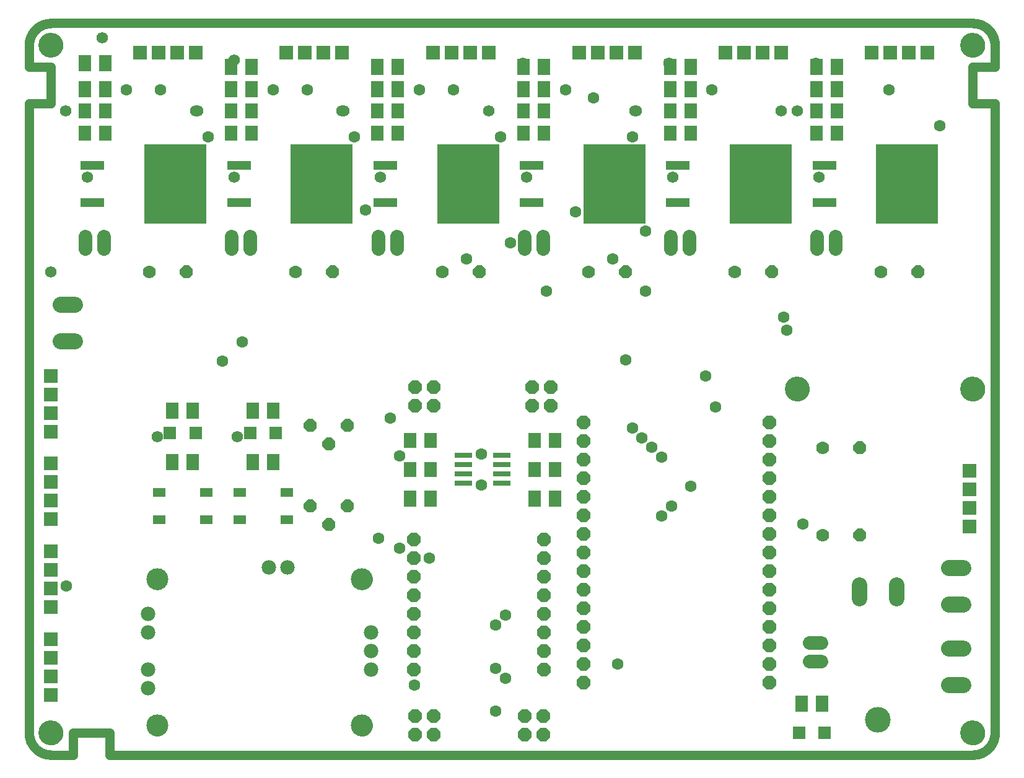
<source format=gts>
G75*
%MOIN*%
%OFA0B0*%
%FSLAX25Y25*%
%IPPOS*%
%LPD*%
%AMOC8*
5,1,8,0,0,1.08239X$1,22.5*
%
%ADD10C,0.05000*%
%ADD11C,0.00000*%
%ADD12C,0.13398*%
%ADD13R,0.06706X0.06706*%
%ADD14R,0.07099X0.08674*%
%ADD15OC8,0.07343*%
%ADD16R,0.07099X0.04737*%
%ADD17R,0.07800X0.07800*%
%ADD18R,0.33792X0.42769*%
%ADD19R,0.12808X0.04800*%
%ADD20OC8,0.07000*%
%ADD21C,0.07000*%
%ADD22C,0.07400*%
%ADD23R,0.07099X0.07887*%
%ADD24R,0.09461X0.03162*%
%ADD25OC8,0.07400*%
%ADD26C,0.07737*%
%ADD27C,0.11824*%
%ADD28C,0.08200*%
%ADD29C,0.13800*%
%ADD30C,0.08500*%
%ADD31C,0.06162*%
%ADD32C,0.06300*%
D10*
X0006738Y0015563D02*
X0006738Y0354146D01*
X0018549Y0354146D01*
X0018549Y0373831D01*
X0006738Y0373831D01*
X0006738Y0385642D01*
X0006741Y0385927D01*
X0006752Y0386213D01*
X0006769Y0386498D01*
X0006793Y0386782D01*
X0006824Y0387066D01*
X0006862Y0387349D01*
X0006907Y0387630D01*
X0006958Y0387911D01*
X0007016Y0388191D01*
X0007081Y0388469D01*
X0007153Y0388745D01*
X0007231Y0389019D01*
X0007316Y0389292D01*
X0007408Y0389562D01*
X0007506Y0389830D01*
X0007610Y0390096D01*
X0007721Y0390359D01*
X0007838Y0390619D01*
X0007961Y0390877D01*
X0008091Y0391131D01*
X0008227Y0391382D01*
X0008368Y0391630D01*
X0008516Y0391874D01*
X0008669Y0392115D01*
X0008829Y0392351D01*
X0008994Y0392584D01*
X0009164Y0392813D01*
X0009340Y0393038D01*
X0009522Y0393258D01*
X0009708Y0393474D01*
X0009900Y0393685D01*
X0010097Y0393892D01*
X0010299Y0394094D01*
X0010506Y0394291D01*
X0010717Y0394483D01*
X0010933Y0394669D01*
X0011153Y0394851D01*
X0011378Y0395027D01*
X0011607Y0395197D01*
X0011840Y0395362D01*
X0012076Y0395522D01*
X0012317Y0395675D01*
X0012561Y0395823D01*
X0012809Y0395964D01*
X0013060Y0396100D01*
X0013314Y0396230D01*
X0013572Y0396353D01*
X0013832Y0396470D01*
X0014095Y0396581D01*
X0014361Y0396685D01*
X0014629Y0396783D01*
X0014899Y0396875D01*
X0015172Y0396960D01*
X0015446Y0397038D01*
X0015722Y0397110D01*
X0016000Y0397175D01*
X0016280Y0397233D01*
X0016561Y0397284D01*
X0016842Y0397329D01*
X0017125Y0397367D01*
X0017409Y0397398D01*
X0017693Y0397422D01*
X0017978Y0397439D01*
X0018264Y0397450D01*
X0018549Y0397453D01*
X0514612Y0397453D01*
X0514897Y0397450D01*
X0515183Y0397439D01*
X0515468Y0397422D01*
X0515752Y0397398D01*
X0516036Y0397367D01*
X0516319Y0397329D01*
X0516600Y0397284D01*
X0516881Y0397233D01*
X0517161Y0397175D01*
X0517439Y0397110D01*
X0517715Y0397038D01*
X0517989Y0396960D01*
X0518262Y0396875D01*
X0518532Y0396783D01*
X0518800Y0396685D01*
X0519066Y0396581D01*
X0519329Y0396470D01*
X0519589Y0396353D01*
X0519847Y0396230D01*
X0520101Y0396100D01*
X0520352Y0395964D01*
X0520600Y0395823D01*
X0520844Y0395675D01*
X0521085Y0395522D01*
X0521321Y0395362D01*
X0521554Y0395197D01*
X0521783Y0395027D01*
X0522008Y0394851D01*
X0522228Y0394669D01*
X0522444Y0394483D01*
X0522655Y0394291D01*
X0522862Y0394094D01*
X0523064Y0393892D01*
X0523261Y0393685D01*
X0523453Y0393474D01*
X0523639Y0393258D01*
X0523821Y0393038D01*
X0523997Y0392813D01*
X0524167Y0392584D01*
X0524332Y0392351D01*
X0524492Y0392115D01*
X0524645Y0391874D01*
X0524793Y0391630D01*
X0524934Y0391382D01*
X0525070Y0391131D01*
X0525200Y0390877D01*
X0525323Y0390619D01*
X0525440Y0390359D01*
X0525551Y0390096D01*
X0525655Y0389830D01*
X0525753Y0389562D01*
X0525845Y0389292D01*
X0525930Y0389019D01*
X0526008Y0388745D01*
X0526080Y0388469D01*
X0526145Y0388191D01*
X0526203Y0387911D01*
X0526254Y0387630D01*
X0526299Y0387349D01*
X0526337Y0387066D01*
X0526368Y0386782D01*
X0526392Y0386498D01*
X0526409Y0386213D01*
X0526420Y0385927D01*
X0526423Y0385642D01*
X0526423Y0373831D01*
X0514612Y0373831D01*
X0514612Y0354146D01*
X0526423Y0354146D01*
X0526423Y0015563D01*
X0526420Y0015278D01*
X0526409Y0014992D01*
X0526392Y0014707D01*
X0526368Y0014423D01*
X0526337Y0014139D01*
X0526299Y0013856D01*
X0526254Y0013575D01*
X0526203Y0013294D01*
X0526145Y0013014D01*
X0526080Y0012736D01*
X0526008Y0012460D01*
X0525930Y0012186D01*
X0525845Y0011913D01*
X0525753Y0011643D01*
X0525655Y0011375D01*
X0525551Y0011109D01*
X0525440Y0010846D01*
X0525323Y0010586D01*
X0525200Y0010328D01*
X0525070Y0010074D01*
X0524934Y0009823D01*
X0524793Y0009575D01*
X0524645Y0009331D01*
X0524492Y0009090D01*
X0524332Y0008854D01*
X0524167Y0008621D01*
X0523997Y0008392D01*
X0523821Y0008167D01*
X0523639Y0007947D01*
X0523453Y0007731D01*
X0523261Y0007520D01*
X0523064Y0007313D01*
X0522862Y0007111D01*
X0522655Y0006914D01*
X0522444Y0006722D01*
X0522228Y0006536D01*
X0522008Y0006354D01*
X0521783Y0006178D01*
X0521554Y0006008D01*
X0521321Y0005843D01*
X0521085Y0005683D01*
X0520844Y0005530D01*
X0520600Y0005382D01*
X0520352Y0005241D01*
X0520101Y0005105D01*
X0519847Y0004975D01*
X0519589Y0004852D01*
X0519329Y0004735D01*
X0519066Y0004624D01*
X0518800Y0004520D01*
X0518532Y0004422D01*
X0518262Y0004330D01*
X0517989Y0004245D01*
X0517715Y0004167D01*
X0517439Y0004095D01*
X0517161Y0004030D01*
X0516881Y0003972D01*
X0516600Y0003921D01*
X0516319Y0003876D01*
X0516036Y0003838D01*
X0515752Y0003807D01*
X0515468Y0003783D01*
X0515183Y0003766D01*
X0514897Y0003755D01*
X0514612Y0003752D01*
X0050045Y0003752D01*
X0050045Y0015563D01*
X0030360Y0015563D01*
X0030360Y0003752D01*
X0018549Y0003752D01*
X0018264Y0003755D01*
X0017978Y0003766D01*
X0017693Y0003783D01*
X0017409Y0003807D01*
X0017125Y0003838D01*
X0016842Y0003876D01*
X0016561Y0003921D01*
X0016280Y0003972D01*
X0016000Y0004030D01*
X0015722Y0004095D01*
X0015446Y0004167D01*
X0015172Y0004245D01*
X0014899Y0004330D01*
X0014629Y0004422D01*
X0014361Y0004520D01*
X0014095Y0004624D01*
X0013832Y0004735D01*
X0013572Y0004852D01*
X0013314Y0004975D01*
X0013060Y0005105D01*
X0012809Y0005241D01*
X0012561Y0005382D01*
X0012317Y0005530D01*
X0012076Y0005683D01*
X0011840Y0005843D01*
X0011607Y0006008D01*
X0011378Y0006178D01*
X0011153Y0006354D01*
X0010933Y0006536D01*
X0010717Y0006722D01*
X0010506Y0006914D01*
X0010299Y0007111D01*
X0010097Y0007313D01*
X0009900Y0007520D01*
X0009708Y0007731D01*
X0009522Y0007947D01*
X0009340Y0008167D01*
X0009164Y0008392D01*
X0008994Y0008621D01*
X0008829Y0008854D01*
X0008669Y0009090D01*
X0008516Y0009331D01*
X0008368Y0009575D01*
X0008227Y0009823D01*
X0008091Y0010074D01*
X0007961Y0010328D01*
X0007838Y0010586D01*
X0007721Y0010846D01*
X0007610Y0011109D01*
X0007506Y0011375D01*
X0007408Y0011643D01*
X0007316Y0011913D01*
X0007231Y0012186D01*
X0007153Y0012460D01*
X0007081Y0012736D01*
X0007016Y0013014D01*
X0006958Y0013294D01*
X0006907Y0013575D01*
X0006862Y0013856D01*
X0006824Y0014139D01*
X0006793Y0014423D01*
X0006769Y0014707D01*
X0006752Y0014992D01*
X0006741Y0015278D01*
X0006738Y0015563D01*
D11*
X0012250Y0015563D02*
X0012252Y0015721D01*
X0012258Y0015879D01*
X0012268Y0016037D01*
X0012282Y0016195D01*
X0012300Y0016352D01*
X0012321Y0016509D01*
X0012347Y0016665D01*
X0012377Y0016821D01*
X0012410Y0016976D01*
X0012448Y0017129D01*
X0012489Y0017282D01*
X0012534Y0017434D01*
X0012583Y0017585D01*
X0012636Y0017734D01*
X0012692Y0017882D01*
X0012752Y0018028D01*
X0012816Y0018173D01*
X0012884Y0018316D01*
X0012955Y0018458D01*
X0013029Y0018598D01*
X0013107Y0018735D01*
X0013189Y0018871D01*
X0013273Y0019005D01*
X0013362Y0019136D01*
X0013453Y0019265D01*
X0013548Y0019392D01*
X0013645Y0019517D01*
X0013746Y0019639D01*
X0013850Y0019758D01*
X0013957Y0019875D01*
X0014067Y0019989D01*
X0014180Y0020100D01*
X0014295Y0020209D01*
X0014413Y0020314D01*
X0014534Y0020416D01*
X0014657Y0020516D01*
X0014783Y0020612D01*
X0014911Y0020705D01*
X0015041Y0020795D01*
X0015174Y0020881D01*
X0015309Y0020965D01*
X0015445Y0021044D01*
X0015584Y0021121D01*
X0015725Y0021193D01*
X0015867Y0021263D01*
X0016011Y0021328D01*
X0016157Y0021390D01*
X0016304Y0021448D01*
X0016453Y0021503D01*
X0016603Y0021554D01*
X0016754Y0021601D01*
X0016906Y0021644D01*
X0017059Y0021683D01*
X0017214Y0021719D01*
X0017369Y0021750D01*
X0017525Y0021778D01*
X0017681Y0021802D01*
X0017838Y0021822D01*
X0017996Y0021838D01*
X0018153Y0021850D01*
X0018312Y0021858D01*
X0018470Y0021862D01*
X0018628Y0021862D01*
X0018786Y0021858D01*
X0018945Y0021850D01*
X0019102Y0021838D01*
X0019260Y0021822D01*
X0019417Y0021802D01*
X0019573Y0021778D01*
X0019729Y0021750D01*
X0019884Y0021719D01*
X0020039Y0021683D01*
X0020192Y0021644D01*
X0020344Y0021601D01*
X0020495Y0021554D01*
X0020645Y0021503D01*
X0020794Y0021448D01*
X0020941Y0021390D01*
X0021087Y0021328D01*
X0021231Y0021263D01*
X0021373Y0021193D01*
X0021514Y0021121D01*
X0021653Y0021044D01*
X0021789Y0020965D01*
X0021924Y0020881D01*
X0022057Y0020795D01*
X0022187Y0020705D01*
X0022315Y0020612D01*
X0022441Y0020516D01*
X0022564Y0020416D01*
X0022685Y0020314D01*
X0022803Y0020209D01*
X0022918Y0020100D01*
X0023031Y0019989D01*
X0023141Y0019875D01*
X0023248Y0019758D01*
X0023352Y0019639D01*
X0023453Y0019517D01*
X0023550Y0019392D01*
X0023645Y0019265D01*
X0023736Y0019136D01*
X0023825Y0019005D01*
X0023909Y0018871D01*
X0023991Y0018735D01*
X0024069Y0018598D01*
X0024143Y0018458D01*
X0024214Y0018316D01*
X0024282Y0018173D01*
X0024346Y0018028D01*
X0024406Y0017882D01*
X0024462Y0017734D01*
X0024515Y0017585D01*
X0024564Y0017434D01*
X0024609Y0017282D01*
X0024650Y0017129D01*
X0024688Y0016976D01*
X0024721Y0016821D01*
X0024751Y0016665D01*
X0024777Y0016509D01*
X0024798Y0016352D01*
X0024816Y0016195D01*
X0024830Y0016037D01*
X0024840Y0015879D01*
X0024846Y0015721D01*
X0024848Y0015563D01*
X0024846Y0015405D01*
X0024840Y0015247D01*
X0024830Y0015089D01*
X0024816Y0014931D01*
X0024798Y0014774D01*
X0024777Y0014617D01*
X0024751Y0014461D01*
X0024721Y0014305D01*
X0024688Y0014150D01*
X0024650Y0013997D01*
X0024609Y0013844D01*
X0024564Y0013692D01*
X0024515Y0013541D01*
X0024462Y0013392D01*
X0024406Y0013244D01*
X0024346Y0013098D01*
X0024282Y0012953D01*
X0024214Y0012810D01*
X0024143Y0012668D01*
X0024069Y0012528D01*
X0023991Y0012391D01*
X0023909Y0012255D01*
X0023825Y0012121D01*
X0023736Y0011990D01*
X0023645Y0011861D01*
X0023550Y0011734D01*
X0023453Y0011609D01*
X0023352Y0011487D01*
X0023248Y0011368D01*
X0023141Y0011251D01*
X0023031Y0011137D01*
X0022918Y0011026D01*
X0022803Y0010917D01*
X0022685Y0010812D01*
X0022564Y0010710D01*
X0022441Y0010610D01*
X0022315Y0010514D01*
X0022187Y0010421D01*
X0022057Y0010331D01*
X0021924Y0010245D01*
X0021789Y0010161D01*
X0021653Y0010082D01*
X0021514Y0010005D01*
X0021373Y0009933D01*
X0021231Y0009863D01*
X0021087Y0009798D01*
X0020941Y0009736D01*
X0020794Y0009678D01*
X0020645Y0009623D01*
X0020495Y0009572D01*
X0020344Y0009525D01*
X0020192Y0009482D01*
X0020039Y0009443D01*
X0019884Y0009407D01*
X0019729Y0009376D01*
X0019573Y0009348D01*
X0019417Y0009324D01*
X0019260Y0009304D01*
X0019102Y0009288D01*
X0018945Y0009276D01*
X0018786Y0009268D01*
X0018628Y0009264D01*
X0018470Y0009264D01*
X0018312Y0009268D01*
X0018153Y0009276D01*
X0017996Y0009288D01*
X0017838Y0009304D01*
X0017681Y0009324D01*
X0017525Y0009348D01*
X0017369Y0009376D01*
X0017214Y0009407D01*
X0017059Y0009443D01*
X0016906Y0009482D01*
X0016754Y0009525D01*
X0016603Y0009572D01*
X0016453Y0009623D01*
X0016304Y0009678D01*
X0016157Y0009736D01*
X0016011Y0009798D01*
X0015867Y0009863D01*
X0015725Y0009933D01*
X0015584Y0010005D01*
X0015445Y0010082D01*
X0015309Y0010161D01*
X0015174Y0010245D01*
X0015041Y0010331D01*
X0014911Y0010421D01*
X0014783Y0010514D01*
X0014657Y0010610D01*
X0014534Y0010710D01*
X0014413Y0010812D01*
X0014295Y0010917D01*
X0014180Y0011026D01*
X0014067Y0011137D01*
X0013957Y0011251D01*
X0013850Y0011368D01*
X0013746Y0011487D01*
X0013645Y0011609D01*
X0013548Y0011734D01*
X0013453Y0011861D01*
X0013362Y0011990D01*
X0013273Y0012121D01*
X0013189Y0012255D01*
X0013107Y0012391D01*
X0013029Y0012528D01*
X0012955Y0012668D01*
X0012884Y0012810D01*
X0012816Y0012953D01*
X0012752Y0013098D01*
X0012692Y0013244D01*
X0012636Y0013392D01*
X0012583Y0013541D01*
X0012534Y0013692D01*
X0012489Y0013844D01*
X0012448Y0013997D01*
X0012410Y0014150D01*
X0012377Y0014305D01*
X0012347Y0014461D01*
X0012321Y0014617D01*
X0012300Y0014774D01*
X0012282Y0014931D01*
X0012268Y0015089D01*
X0012258Y0015247D01*
X0012252Y0015405D01*
X0012250Y0015563D01*
X0070124Y0019500D02*
X0070126Y0019648D01*
X0070132Y0019796D01*
X0070142Y0019944D01*
X0070156Y0020091D01*
X0070174Y0020238D01*
X0070195Y0020384D01*
X0070221Y0020530D01*
X0070251Y0020675D01*
X0070284Y0020819D01*
X0070322Y0020962D01*
X0070363Y0021104D01*
X0070408Y0021245D01*
X0070456Y0021385D01*
X0070509Y0021524D01*
X0070565Y0021661D01*
X0070625Y0021796D01*
X0070688Y0021930D01*
X0070755Y0022062D01*
X0070826Y0022192D01*
X0070900Y0022320D01*
X0070977Y0022446D01*
X0071058Y0022570D01*
X0071142Y0022692D01*
X0071229Y0022811D01*
X0071320Y0022928D01*
X0071414Y0023043D01*
X0071510Y0023155D01*
X0071610Y0023265D01*
X0071712Y0023371D01*
X0071818Y0023475D01*
X0071926Y0023576D01*
X0072037Y0023674D01*
X0072150Y0023770D01*
X0072266Y0023862D01*
X0072384Y0023951D01*
X0072505Y0024036D01*
X0072628Y0024119D01*
X0072753Y0024198D01*
X0072880Y0024274D01*
X0073009Y0024346D01*
X0073140Y0024415D01*
X0073273Y0024480D01*
X0073408Y0024541D01*
X0073544Y0024599D01*
X0073681Y0024654D01*
X0073820Y0024704D01*
X0073961Y0024751D01*
X0074102Y0024794D01*
X0074245Y0024834D01*
X0074389Y0024869D01*
X0074533Y0024901D01*
X0074679Y0024928D01*
X0074825Y0024952D01*
X0074972Y0024972D01*
X0075119Y0024988D01*
X0075266Y0025000D01*
X0075414Y0025008D01*
X0075562Y0025012D01*
X0075710Y0025012D01*
X0075858Y0025008D01*
X0076006Y0025000D01*
X0076153Y0024988D01*
X0076300Y0024972D01*
X0076447Y0024952D01*
X0076593Y0024928D01*
X0076739Y0024901D01*
X0076883Y0024869D01*
X0077027Y0024834D01*
X0077170Y0024794D01*
X0077311Y0024751D01*
X0077452Y0024704D01*
X0077591Y0024654D01*
X0077728Y0024599D01*
X0077864Y0024541D01*
X0077999Y0024480D01*
X0078132Y0024415D01*
X0078263Y0024346D01*
X0078392Y0024274D01*
X0078519Y0024198D01*
X0078644Y0024119D01*
X0078767Y0024036D01*
X0078888Y0023951D01*
X0079006Y0023862D01*
X0079122Y0023770D01*
X0079235Y0023674D01*
X0079346Y0023576D01*
X0079454Y0023475D01*
X0079560Y0023371D01*
X0079662Y0023265D01*
X0079762Y0023155D01*
X0079858Y0023043D01*
X0079952Y0022928D01*
X0080043Y0022811D01*
X0080130Y0022692D01*
X0080214Y0022570D01*
X0080295Y0022446D01*
X0080372Y0022320D01*
X0080446Y0022192D01*
X0080517Y0022062D01*
X0080584Y0021930D01*
X0080647Y0021796D01*
X0080707Y0021661D01*
X0080763Y0021524D01*
X0080816Y0021385D01*
X0080864Y0021245D01*
X0080909Y0021104D01*
X0080950Y0020962D01*
X0080988Y0020819D01*
X0081021Y0020675D01*
X0081051Y0020530D01*
X0081077Y0020384D01*
X0081098Y0020238D01*
X0081116Y0020091D01*
X0081130Y0019944D01*
X0081140Y0019796D01*
X0081146Y0019648D01*
X0081148Y0019500D01*
X0081146Y0019352D01*
X0081140Y0019204D01*
X0081130Y0019056D01*
X0081116Y0018909D01*
X0081098Y0018762D01*
X0081077Y0018616D01*
X0081051Y0018470D01*
X0081021Y0018325D01*
X0080988Y0018181D01*
X0080950Y0018038D01*
X0080909Y0017896D01*
X0080864Y0017755D01*
X0080816Y0017615D01*
X0080763Y0017476D01*
X0080707Y0017339D01*
X0080647Y0017204D01*
X0080584Y0017070D01*
X0080517Y0016938D01*
X0080446Y0016808D01*
X0080372Y0016680D01*
X0080295Y0016554D01*
X0080214Y0016430D01*
X0080130Y0016308D01*
X0080043Y0016189D01*
X0079952Y0016072D01*
X0079858Y0015957D01*
X0079762Y0015845D01*
X0079662Y0015735D01*
X0079560Y0015629D01*
X0079454Y0015525D01*
X0079346Y0015424D01*
X0079235Y0015326D01*
X0079122Y0015230D01*
X0079006Y0015138D01*
X0078888Y0015049D01*
X0078767Y0014964D01*
X0078644Y0014881D01*
X0078519Y0014802D01*
X0078392Y0014726D01*
X0078263Y0014654D01*
X0078132Y0014585D01*
X0077999Y0014520D01*
X0077864Y0014459D01*
X0077728Y0014401D01*
X0077591Y0014346D01*
X0077452Y0014296D01*
X0077311Y0014249D01*
X0077170Y0014206D01*
X0077027Y0014166D01*
X0076883Y0014131D01*
X0076739Y0014099D01*
X0076593Y0014072D01*
X0076447Y0014048D01*
X0076300Y0014028D01*
X0076153Y0014012D01*
X0076006Y0014000D01*
X0075858Y0013992D01*
X0075710Y0013988D01*
X0075562Y0013988D01*
X0075414Y0013992D01*
X0075266Y0014000D01*
X0075119Y0014012D01*
X0074972Y0014028D01*
X0074825Y0014048D01*
X0074679Y0014072D01*
X0074533Y0014099D01*
X0074389Y0014131D01*
X0074245Y0014166D01*
X0074102Y0014206D01*
X0073961Y0014249D01*
X0073820Y0014296D01*
X0073681Y0014346D01*
X0073544Y0014401D01*
X0073408Y0014459D01*
X0073273Y0014520D01*
X0073140Y0014585D01*
X0073009Y0014654D01*
X0072880Y0014726D01*
X0072753Y0014802D01*
X0072628Y0014881D01*
X0072505Y0014964D01*
X0072384Y0015049D01*
X0072266Y0015138D01*
X0072150Y0015230D01*
X0072037Y0015326D01*
X0071926Y0015424D01*
X0071818Y0015525D01*
X0071712Y0015629D01*
X0071610Y0015735D01*
X0071510Y0015845D01*
X0071414Y0015957D01*
X0071320Y0016072D01*
X0071229Y0016189D01*
X0071142Y0016308D01*
X0071058Y0016430D01*
X0070977Y0016554D01*
X0070900Y0016680D01*
X0070826Y0016808D01*
X0070755Y0016938D01*
X0070688Y0017070D01*
X0070625Y0017204D01*
X0070565Y0017339D01*
X0070509Y0017476D01*
X0070456Y0017615D01*
X0070408Y0017755D01*
X0070363Y0017896D01*
X0070322Y0018038D01*
X0070284Y0018181D01*
X0070251Y0018325D01*
X0070221Y0018470D01*
X0070195Y0018616D01*
X0070174Y0018762D01*
X0070156Y0018909D01*
X0070142Y0019056D01*
X0070132Y0019204D01*
X0070126Y0019352D01*
X0070124Y0019500D01*
X0070124Y0098240D02*
X0070126Y0098388D01*
X0070132Y0098536D01*
X0070142Y0098684D01*
X0070156Y0098831D01*
X0070174Y0098978D01*
X0070195Y0099124D01*
X0070221Y0099270D01*
X0070251Y0099415D01*
X0070284Y0099559D01*
X0070322Y0099702D01*
X0070363Y0099844D01*
X0070408Y0099985D01*
X0070456Y0100125D01*
X0070509Y0100264D01*
X0070565Y0100401D01*
X0070625Y0100536D01*
X0070688Y0100670D01*
X0070755Y0100802D01*
X0070826Y0100932D01*
X0070900Y0101060D01*
X0070977Y0101186D01*
X0071058Y0101310D01*
X0071142Y0101432D01*
X0071229Y0101551D01*
X0071320Y0101668D01*
X0071414Y0101783D01*
X0071510Y0101895D01*
X0071610Y0102005D01*
X0071712Y0102111D01*
X0071818Y0102215D01*
X0071926Y0102316D01*
X0072037Y0102414D01*
X0072150Y0102510D01*
X0072266Y0102602D01*
X0072384Y0102691D01*
X0072505Y0102776D01*
X0072628Y0102859D01*
X0072753Y0102938D01*
X0072880Y0103014D01*
X0073009Y0103086D01*
X0073140Y0103155D01*
X0073273Y0103220D01*
X0073408Y0103281D01*
X0073544Y0103339D01*
X0073681Y0103394D01*
X0073820Y0103444D01*
X0073961Y0103491D01*
X0074102Y0103534D01*
X0074245Y0103574D01*
X0074389Y0103609D01*
X0074533Y0103641D01*
X0074679Y0103668D01*
X0074825Y0103692D01*
X0074972Y0103712D01*
X0075119Y0103728D01*
X0075266Y0103740D01*
X0075414Y0103748D01*
X0075562Y0103752D01*
X0075710Y0103752D01*
X0075858Y0103748D01*
X0076006Y0103740D01*
X0076153Y0103728D01*
X0076300Y0103712D01*
X0076447Y0103692D01*
X0076593Y0103668D01*
X0076739Y0103641D01*
X0076883Y0103609D01*
X0077027Y0103574D01*
X0077170Y0103534D01*
X0077311Y0103491D01*
X0077452Y0103444D01*
X0077591Y0103394D01*
X0077728Y0103339D01*
X0077864Y0103281D01*
X0077999Y0103220D01*
X0078132Y0103155D01*
X0078263Y0103086D01*
X0078392Y0103014D01*
X0078519Y0102938D01*
X0078644Y0102859D01*
X0078767Y0102776D01*
X0078888Y0102691D01*
X0079006Y0102602D01*
X0079122Y0102510D01*
X0079235Y0102414D01*
X0079346Y0102316D01*
X0079454Y0102215D01*
X0079560Y0102111D01*
X0079662Y0102005D01*
X0079762Y0101895D01*
X0079858Y0101783D01*
X0079952Y0101668D01*
X0080043Y0101551D01*
X0080130Y0101432D01*
X0080214Y0101310D01*
X0080295Y0101186D01*
X0080372Y0101060D01*
X0080446Y0100932D01*
X0080517Y0100802D01*
X0080584Y0100670D01*
X0080647Y0100536D01*
X0080707Y0100401D01*
X0080763Y0100264D01*
X0080816Y0100125D01*
X0080864Y0099985D01*
X0080909Y0099844D01*
X0080950Y0099702D01*
X0080988Y0099559D01*
X0081021Y0099415D01*
X0081051Y0099270D01*
X0081077Y0099124D01*
X0081098Y0098978D01*
X0081116Y0098831D01*
X0081130Y0098684D01*
X0081140Y0098536D01*
X0081146Y0098388D01*
X0081148Y0098240D01*
X0081146Y0098092D01*
X0081140Y0097944D01*
X0081130Y0097796D01*
X0081116Y0097649D01*
X0081098Y0097502D01*
X0081077Y0097356D01*
X0081051Y0097210D01*
X0081021Y0097065D01*
X0080988Y0096921D01*
X0080950Y0096778D01*
X0080909Y0096636D01*
X0080864Y0096495D01*
X0080816Y0096355D01*
X0080763Y0096216D01*
X0080707Y0096079D01*
X0080647Y0095944D01*
X0080584Y0095810D01*
X0080517Y0095678D01*
X0080446Y0095548D01*
X0080372Y0095420D01*
X0080295Y0095294D01*
X0080214Y0095170D01*
X0080130Y0095048D01*
X0080043Y0094929D01*
X0079952Y0094812D01*
X0079858Y0094697D01*
X0079762Y0094585D01*
X0079662Y0094475D01*
X0079560Y0094369D01*
X0079454Y0094265D01*
X0079346Y0094164D01*
X0079235Y0094066D01*
X0079122Y0093970D01*
X0079006Y0093878D01*
X0078888Y0093789D01*
X0078767Y0093704D01*
X0078644Y0093621D01*
X0078519Y0093542D01*
X0078392Y0093466D01*
X0078263Y0093394D01*
X0078132Y0093325D01*
X0077999Y0093260D01*
X0077864Y0093199D01*
X0077728Y0093141D01*
X0077591Y0093086D01*
X0077452Y0093036D01*
X0077311Y0092989D01*
X0077170Y0092946D01*
X0077027Y0092906D01*
X0076883Y0092871D01*
X0076739Y0092839D01*
X0076593Y0092812D01*
X0076447Y0092788D01*
X0076300Y0092768D01*
X0076153Y0092752D01*
X0076006Y0092740D01*
X0075858Y0092732D01*
X0075710Y0092728D01*
X0075562Y0092728D01*
X0075414Y0092732D01*
X0075266Y0092740D01*
X0075119Y0092752D01*
X0074972Y0092768D01*
X0074825Y0092788D01*
X0074679Y0092812D01*
X0074533Y0092839D01*
X0074389Y0092871D01*
X0074245Y0092906D01*
X0074102Y0092946D01*
X0073961Y0092989D01*
X0073820Y0093036D01*
X0073681Y0093086D01*
X0073544Y0093141D01*
X0073408Y0093199D01*
X0073273Y0093260D01*
X0073140Y0093325D01*
X0073009Y0093394D01*
X0072880Y0093466D01*
X0072753Y0093542D01*
X0072628Y0093621D01*
X0072505Y0093704D01*
X0072384Y0093789D01*
X0072266Y0093878D01*
X0072150Y0093970D01*
X0072037Y0094066D01*
X0071926Y0094164D01*
X0071818Y0094265D01*
X0071712Y0094369D01*
X0071610Y0094475D01*
X0071510Y0094585D01*
X0071414Y0094697D01*
X0071320Y0094812D01*
X0071229Y0094929D01*
X0071142Y0095048D01*
X0071058Y0095170D01*
X0070977Y0095294D01*
X0070900Y0095420D01*
X0070826Y0095548D01*
X0070755Y0095678D01*
X0070688Y0095810D01*
X0070625Y0095944D01*
X0070565Y0096079D01*
X0070509Y0096216D01*
X0070456Y0096355D01*
X0070408Y0096495D01*
X0070363Y0096636D01*
X0070322Y0096778D01*
X0070284Y0096921D01*
X0070251Y0097065D01*
X0070221Y0097210D01*
X0070195Y0097356D01*
X0070174Y0097502D01*
X0070156Y0097649D01*
X0070142Y0097796D01*
X0070132Y0097944D01*
X0070126Y0098092D01*
X0070124Y0098240D01*
X0180360Y0098240D02*
X0180362Y0098388D01*
X0180368Y0098536D01*
X0180378Y0098684D01*
X0180392Y0098831D01*
X0180410Y0098978D01*
X0180431Y0099124D01*
X0180457Y0099270D01*
X0180487Y0099415D01*
X0180520Y0099559D01*
X0180558Y0099702D01*
X0180599Y0099844D01*
X0180644Y0099985D01*
X0180692Y0100125D01*
X0180745Y0100264D01*
X0180801Y0100401D01*
X0180861Y0100536D01*
X0180924Y0100670D01*
X0180991Y0100802D01*
X0181062Y0100932D01*
X0181136Y0101060D01*
X0181213Y0101186D01*
X0181294Y0101310D01*
X0181378Y0101432D01*
X0181465Y0101551D01*
X0181556Y0101668D01*
X0181650Y0101783D01*
X0181746Y0101895D01*
X0181846Y0102005D01*
X0181948Y0102111D01*
X0182054Y0102215D01*
X0182162Y0102316D01*
X0182273Y0102414D01*
X0182386Y0102510D01*
X0182502Y0102602D01*
X0182620Y0102691D01*
X0182741Y0102776D01*
X0182864Y0102859D01*
X0182989Y0102938D01*
X0183116Y0103014D01*
X0183245Y0103086D01*
X0183376Y0103155D01*
X0183509Y0103220D01*
X0183644Y0103281D01*
X0183780Y0103339D01*
X0183917Y0103394D01*
X0184056Y0103444D01*
X0184197Y0103491D01*
X0184338Y0103534D01*
X0184481Y0103574D01*
X0184625Y0103609D01*
X0184769Y0103641D01*
X0184915Y0103668D01*
X0185061Y0103692D01*
X0185208Y0103712D01*
X0185355Y0103728D01*
X0185502Y0103740D01*
X0185650Y0103748D01*
X0185798Y0103752D01*
X0185946Y0103752D01*
X0186094Y0103748D01*
X0186242Y0103740D01*
X0186389Y0103728D01*
X0186536Y0103712D01*
X0186683Y0103692D01*
X0186829Y0103668D01*
X0186975Y0103641D01*
X0187119Y0103609D01*
X0187263Y0103574D01*
X0187406Y0103534D01*
X0187547Y0103491D01*
X0187688Y0103444D01*
X0187827Y0103394D01*
X0187964Y0103339D01*
X0188100Y0103281D01*
X0188235Y0103220D01*
X0188368Y0103155D01*
X0188499Y0103086D01*
X0188628Y0103014D01*
X0188755Y0102938D01*
X0188880Y0102859D01*
X0189003Y0102776D01*
X0189124Y0102691D01*
X0189242Y0102602D01*
X0189358Y0102510D01*
X0189471Y0102414D01*
X0189582Y0102316D01*
X0189690Y0102215D01*
X0189796Y0102111D01*
X0189898Y0102005D01*
X0189998Y0101895D01*
X0190094Y0101783D01*
X0190188Y0101668D01*
X0190279Y0101551D01*
X0190366Y0101432D01*
X0190450Y0101310D01*
X0190531Y0101186D01*
X0190608Y0101060D01*
X0190682Y0100932D01*
X0190753Y0100802D01*
X0190820Y0100670D01*
X0190883Y0100536D01*
X0190943Y0100401D01*
X0190999Y0100264D01*
X0191052Y0100125D01*
X0191100Y0099985D01*
X0191145Y0099844D01*
X0191186Y0099702D01*
X0191224Y0099559D01*
X0191257Y0099415D01*
X0191287Y0099270D01*
X0191313Y0099124D01*
X0191334Y0098978D01*
X0191352Y0098831D01*
X0191366Y0098684D01*
X0191376Y0098536D01*
X0191382Y0098388D01*
X0191384Y0098240D01*
X0191382Y0098092D01*
X0191376Y0097944D01*
X0191366Y0097796D01*
X0191352Y0097649D01*
X0191334Y0097502D01*
X0191313Y0097356D01*
X0191287Y0097210D01*
X0191257Y0097065D01*
X0191224Y0096921D01*
X0191186Y0096778D01*
X0191145Y0096636D01*
X0191100Y0096495D01*
X0191052Y0096355D01*
X0190999Y0096216D01*
X0190943Y0096079D01*
X0190883Y0095944D01*
X0190820Y0095810D01*
X0190753Y0095678D01*
X0190682Y0095548D01*
X0190608Y0095420D01*
X0190531Y0095294D01*
X0190450Y0095170D01*
X0190366Y0095048D01*
X0190279Y0094929D01*
X0190188Y0094812D01*
X0190094Y0094697D01*
X0189998Y0094585D01*
X0189898Y0094475D01*
X0189796Y0094369D01*
X0189690Y0094265D01*
X0189582Y0094164D01*
X0189471Y0094066D01*
X0189358Y0093970D01*
X0189242Y0093878D01*
X0189124Y0093789D01*
X0189003Y0093704D01*
X0188880Y0093621D01*
X0188755Y0093542D01*
X0188628Y0093466D01*
X0188499Y0093394D01*
X0188368Y0093325D01*
X0188235Y0093260D01*
X0188100Y0093199D01*
X0187964Y0093141D01*
X0187827Y0093086D01*
X0187688Y0093036D01*
X0187547Y0092989D01*
X0187406Y0092946D01*
X0187263Y0092906D01*
X0187119Y0092871D01*
X0186975Y0092839D01*
X0186829Y0092812D01*
X0186683Y0092788D01*
X0186536Y0092768D01*
X0186389Y0092752D01*
X0186242Y0092740D01*
X0186094Y0092732D01*
X0185946Y0092728D01*
X0185798Y0092728D01*
X0185650Y0092732D01*
X0185502Y0092740D01*
X0185355Y0092752D01*
X0185208Y0092768D01*
X0185061Y0092788D01*
X0184915Y0092812D01*
X0184769Y0092839D01*
X0184625Y0092871D01*
X0184481Y0092906D01*
X0184338Y0092946D01*
X0184197Y0092989D01*
X0184056Y0093036D01*
X0183917Y0093086D01*
X0183780Y0093141D01*
X0183644Y0093199D01*
X0183509Y0093260D01*
X0183376Y0093325D01*
X0183245Y0093394D01*
X0183116Y0093466D01*
X0182989Y0093542D01*
X0182864Y0093621D01*
X0182741Y0093704D01*
X0182620Y0093789D01*
X0182502Y0093878D01*
X0182386Y0093970D01*
X0182273Y0094066D01*
X0182162Y0094164D01*
X0182054Y0094265D01*
X0181948Y0094369D01*
X0181846Y0094475D01*
X0181746Y0094585D01*
X0181650Y0094697D01*
X0181556Y0094812D01*
X0181465Y0094929D01*
X0181378Y0095048D01*
X0181294Y0095170D01*
X0181213Y0095294D01*
X0181136Y0095420D01*
X0181062Y0095548D01*
X0180991Y0095678D01*
X0180924Y0095810D01*
X0180861Y0095944D01*
X0180801Y0096079D01*
X0180745Y0096216D01*
X0180692Y0096355D01*
X0180644Y0096495D01*
X0180599Y0096636D01*
X0180558Y0096778D01*
X0180520Y0096921D01*
X0180487Y0097065D01*
X0180457Y0097210D01*
X0180431Y0097356D01*
X0180410Y0097502D01*
X0180392Y0097649D01*
X0180378Y0097796D01*
X0180368Y0097944D01*
X0180362Y0098092D01*
X0180360Y0098240D01*
X0180360Y0019500D02*
X0180362Y0019648D01*
X0180368Y0019796D01*
X0180378Y0019944D01*
X0180392Y0020091D01*
X0180410Y0020238D01*
X0180431Y0020384D01*
X0180457Y0020530D01*
X0180487Y0020675D01*
X0180520Y0020819D01*
X0180558Y0020962D01*
X0180599Y0021104D01*
X0180644Y0021245D01*
X0180692Y0021385D01*
X0180745Y0021524D01*
X0180801Y0021661D01*
X0180861Y0021796D01*
X0180924Y0021930D01*
X0180991Y0022062D01*
X0181062Y0022192D01*
X0181136Y0022320D01*
X0181213Y0022446D01*
X0181294Y0022570D01*
X0181378Y0022692D01*
X0181465Y0022811D01*
X0181556Y0022928D01*
X0181650Y0023043D01*
X0181746Y0023155D01*
X0181846Y0023265D01*
X0181948Y0023371D01*
X0182054Y0023475D01*
X0182162Y0023576D01*
X0182273Y0023674D01*
X0182386Y0023770D01*
X0182502Y0023862D01*
X0182620Y0023951D01*
X0182741Y0024036D01*
X0182864Y0024119D01*
X0182989Y0024198D01*
X0183116Y0024274D01*
X0183245Y0024346D01*
X0183376Y0024415D01*
X0183509Y0024480D01*
X0183644Y0024541D01*
X0183780Y0024599D01*
X0183917Y0024654D01*
X0184056Y0024704D01*
X0184197Y0024751D01*
X0184338Y0024794D01*
X0184481Y0024834D01*
X0184625Y0024869D01*
X0184769Y0024901D01*
X0184915Y0024928D01*
X0185061Y0024952D01*
X0185208Y0024972D01*
X0185355Y0024988D01*
X0185502Y0025000D01*
X0185650Y0025008D01*
X0185798Y0025012D01*
X0185946Y0025012D01*
X0186094Y0025008D01*
X0186242Y0025000D01*
X0186389Y0024988D01*
X0186536Y0024972D01*
X0186683Y0024952D01*
X0186829Y0024928D01*
X0186975Y0024901D01*
X0187119Y0024869D01*
X0187263Y0024834D01*
X0187406Y0024794D01*
X0187547Y0024751D01*
X0187688Y0024704D01*
X0187827Y0024654D01*
X0187964Y0024599D01*
X0188100Y0024541D01*
X0188235Y0024480D01*
X0188368Y0024415D01*
X0188499Y0024346D01*
X0188628Y0024274D01*
X0188755Y0024198D01*
X0188880Y0024119D01*
X0189003Y0024036D01*
X0189124Y0023951D01*
X0189242Y0023862D01*
X0189358Y0023770D01*
X0189471Y0023674D01*
X0189582Y0023576D01*
X0189690Y0023475D01*
X0189796Y0023371D01*
X0189898Y0023265D01*
X0189998Y0023155D01*
X0190094Y0023043D01*
X0190188Y0022928D01*
X0190279Y0022811D01*
X0190366Y0022692D01*
X0190450Y0022570D01*
X0190531Y0022446D01*
X0190608Y0022320D01*
X0190682Y0022192D01*
X0190753Y0022062D01*
X0190820Y0021930D01*
X0190883Y0021796D01*
X0190943Y0021661D01*
X0190999Y0021524D01*
X0191052Y0021385D01*
X0191100Y0021245D01*
X0191145Y0021104D01*
X0191186Y0020962D01*
X0191224Y0020819D01*
X0191257Y0020675D01*
X0191287Y0020530D01*
X0191313Y0020384D01*
X0191334Y0020238D01*
X0191352Y0020091D01*
X0191366Y0019944D01*
X0191376Y0019796D01*
X0191382Y0019648D01*
X0191384Y0019500D01*
X0191382Y0019352D01*
X0191376Y0019204D01*
X0191366Y0019056D01*
X0191352Y0018909D01*
X0191334Y0018762D01*
X0191313Y0018616D01*
X0191287Y0018470D01*
X0191257Y0018325D01*
X0191224Y0018181D01*
X0191186Y0018038D01*
X0191145Y0017896D01*
X0191100Y0017755D01*
X0191052Y0017615D01*
X0190999Y0017476D01*
X0190943Y0017339D01*
X0190883Y0017204D01*
X0190820Y0017070D01*
X0190753Y0016938D01*
X0190682Y0016808D01*
X0190608Y0016680D01*
X0190531Y0016554D01*
X0190450Y0016430D01*
X0190366Y0016308D01*
X0190279Y0016189D01*
X0190188Y0016072D01*
X0190094Y0015957D01*
X0189998Y0015845D01*
X0189898Y0015735D01*
X0189796Y0015629D01*
X0189690Y0015525D01*
X0189582Y0015424D01*
X0189471Y0015326D01*
X0189358Y0015230D01*
X0189242Y0015138D01*
X0189124Y0015049D01*
X0189003Y0014964D01*
X0188880Y0014881D01*
X0188755Y0014802D01*
X0188628Y0014726D01*
X0188499Y0014654D01*
X0188368Y0014585D01*
X0188235Y0014520D01*
X0188100Y0014459D01*
X0187964Y0014401D01*
X0187827Y0014346D01*
X0187688Y0014296D01*
X0187547Y0014249D01*
X0187406Y0014206D01*
X0187263Y0014166D01*
X0187119Y0014131D01*
X0186975Y0014099D01*
X0186829Y0014072D01*
X0186683Y0014048D01*
X0186536Y0014028D01*
X0186389Y0014012D01*
X0186242Y0014000D01*
X0186094Y0013992D01*
X0185946Y0013988D01*
X0185798Y0013988D01*
X0185650Y0013992D01*
X0185502Y0014000D01*
X0185355Y0014012D01*
X0185208Y0014028D01*
X0185061Y0014048D01*
X0184915Y0014072D01*
X0184769Y0014099D01*
X0184625Y0014131D01*
X0184481Y0014166D01*
X0184338Y0014206D01*
X0184197Y0014249D01*
X0184056Y0014296D01*
X0183917Y0014346D01*
X0183780Y0014401D01*
X0183644Y0014459D01*
X0183509Y0014520D01*
X0183376Y0014585D01*
X0183245Y0014654D01*
X0183116Y0014726D01*
X0182989Y0014802D01*
X0182864Y0014881D01*
X0182741Y0014964D01*
X0182620Y0015049D01*
X0182502Y0015138D01*
X0182386Y0015230D01*
X0182273Y0015326D01*
X0182162Y0015424D01*
X0182054Y0015525D01*
X0181948Y0015629D01*
X0181846Y0015735D01*
X0181746Y0015845D01*
X0181650Y0015957D01*
X0181556Y0016072D01*
X0181465Y0016189D01*
X0181378Y0016308D01*
X0181294Y0016430D01*
X0181213Y0016554D01*
X0181136Y0016680D01*
X0181062Y0016808D01*
X0180991Y0016938D01*
X0180924Y0017070D01*
X0180861Y0017204D01*
X0180801Y0017339D01*
X0180745Y0017476D01*
X0180692Y0017615D01*
X0180644Y0017755D01*
X0180599Y0017896D01*
X0180558Y0018038D01*
X0180520Y0018181D01*
X0180487Y0018325D01*
X0180457Y0018470D01*
X0180431Y0018616D01*
X0180410Y0018762D01*
X0180392Y0018909D01*
X0180378Y0019056D01*
X0180368Y0019204D01*
X0180362Y0019352D01*
X0180360Y0019500D01*
X0413825Y0200602D02*
X0413827Y0200760D01*
X0413833Y0200918D01*
X0413843Y0201076D01*
X0413857Y0201234D01*
X0413875Y0201391D01*
X0413896Y0201548D01*
X0413922Y0201704D01*
X0413952Y0201860D01*
X0413985Y0202015D01*
X0414023Y0202168D01*
X0414064Y0202321D01*
X0414109Y0202473D01*
X0414158Y0202624D01*
X0414211Y0202773D01*
X0414267Y0202921D01*
X0414327Y0203067D01*
X0414391Y0203212D01*
X0414459Y0203355D01*
X0414530Y0203497D01*
X0414604Y0203637D01*
X0414682Y0203774D01*
X0414764Y0203910D01*
X0414848Y0204044D01*
X0414937Y0204175D01*
X0415028Y0204304D01*
X0415123Y0204431D01*
X0415220Y0204556D01*
X0415321Y0204678D01*
X0415425Y0204797D01*
X0415532Y0204914D01*
X0415642Y0205028D01*
X0415755Y0205139D01*
X0415870Y0205248D01*
X0415988Y0205353D01*
X0416109Y0205455D01*
X0416232Y0205555D01*
X0416358Y0205651D01*
X0416486Y0205744D01*
X0416616Y0205834D01*
X0416749Y0205920D01*
X0416884Y0206004D01*
X0417020Y0206083D01*
X0417159Y0206160D01*
X0417300Y0206232D01*
X0417442Y0206302D01*
X0417586Y0206367D01*
X0417732Y0206429D01*
X0417879Y0206487D01*
X0418028Y0206542D01*
X0418178Y0206593D01*
X0418329Y0206640D01*
X0418481Y0206683D01*
X0418634Y0206722D01*
X0418789Y0206758D01*
X0418944Y0206789D01*
X0419100Y0206817D01*
X0419256Y0206841D01*
X0419413Y0206861D01*
X0419571Y0206877D01*
X0419728Y0206889D01*
X0419887Y0206897D01*
X0420045Y0206901D01*
X0420203Y0206901D01*
X0420361Y0206897D01*
X0420520Y0206889D01*
X0420677Y0206877D01*
X0420835Y0206861D01*
X0420992Y0206841D01*
X0421148Y0206817D01*
X0421304Y0206789D01*
X0421459Y0206758D01*
X0421614Y0206722D01*
X0421767Y0206683D01*
X0421919Y0206640D01*
X0422070Y0206593D01*
X0422220Y0206542D01*
X0422369Y0206487D01*
X0422516Y0206429D01*
X0422662Y0206367D01*
X0422806Y0206302D01*
X0422948Y0206232D01*
X0423089Y0206160D01*
X0423228Y0206083D01*
X0423364Y0206004D01*
X0423499Y0205920D01*
X0423632Y0205834D01*
X0423762Y0205744D01*
X0423890Y0205651D01*
X0424016Y0205555D01*
X0424139Y0205455D01*
X0424260Y0205353D01*
X0424378Y0205248D01*
X0424493Y0205139D01*
X0424606Y0205028D01*
X0424716Y0204914D01*
X0424823Y0204797D01*
X0424927Y0204678D01*
X0425028Y0204556D01*
X0425125Y0204431D01*
X0425220Y0204304D01*
X0425311Y0204175D01*
X0425400Y0204044D01*
X0425484Y0203910D01*
X0425566Y0203774D01*
X0425644Y0203637D01*
X0425718Y0203497D01*
X0425789Y0203355D01*
X0425857Y0203212D01*
X0425921Y0203067D01*
X0425981Y0202921D01*
X0426037Y0202773D01*
X0426090Y0202624D01*
X0426139Y0202473D01*
X0426184Y0202321D01*
X0426225Y0202168D01*
X0426263Y0202015D01*
X0426296Y0201860D01*
X0426326Y0201704D01*
X0426352Y0201548D01*
X0426373Y0201391D01*
X0426391Y0201234D01*
X0426405Y0201076D01*
X0426415Y0200918D01*
X0426421Y0200760D01*
X0426423Y0200602D01*
X0426421Y0200444D01*
X0426415Y0200286D01*
X0426405Y0200128D01*
X0426391Y0199970D01*
X0426373Y0199813D01*
X0426352Y0199656D01*
X0426326Y0199500D01*
X0426296Y0199344D01*
X0426263Y0199189D01*
X0426225Y0199036D01*
X0426184Y0198883D01*
X0426139Y0198731D01*
X0426090Y0198580D01*
X0426037Y0198431D01*
X0425981Y0198283D01*
X0425921Y0198137D01*
X0425857Y0197992D01*
X0425789Y0197849D01*
X0425718Y0197707D01*
X0425644Y0197567D01*
X0425566Y0197430D01*
X0425484Y0197294D01*
X0425400Y0197160D01*
X0425311Y0197029D01*
X0425220Y0196900D01*
X0425125Y0196773D01*
X0425028Y0196648D01*
X0424927Y0196526D01*
X0424823Y0196407D01*
X0424716Y0196290D01*
X0424606Y0196176D01*
X0424493Y0196065D01*
X0424378Y0195956D01*
X0424260Y0195851D01*
X0424139Y0195749D01*
X0424016Y0195649D01*
X0423890Y0195553D01*
X0423762Y0195460D01*
X0423632Y0195370D01*
X0423499Y0195284D01*
X0423364Y0195200D01*
X0423228Y0195121D01*
X0423089Y0195044D01*
X0422948Y0194972D01*
X0422806Y0194902D01*
X0422662Y0194837D01*
X0422516Y0194775D01*
X0422369Y0194717D01*
X0422220Y0194662D01*
X0422070Y0194611D01*
X0421919Y0194564D01*
X0421767Y0194521D01*
X0421614Y0194482D01*
X0421459Y0194446D01*
X0421304Y0194415D01*
X0421148Y0194387D01*
X0420992Y0194363D01*
X0420835Y0194343D01*
X0420677Y0194327D01*
X0420520Y0194315D01*
X0420361Y0194307D01*
X0420203Y0194303D01*
X0420045Y0194303D01*
X0419887Y0194307D01*
X0419728Y0194315D01*
X0419571Y0194327D01*
X0419413Y0194343D01*
X0419256Y0194363D01*
X0419100Y0194387D01*
X0418944Y0194415D01*
X0418789Y0194446D01*
X0418634Y0194482D01*
X0418481Y0194521D01*
X0418329Y0194564D01*
X0418178Y0194611D01*
X0418028Y0194662D01*
X0417879Y0194717D01*
X0417732Y0194775D01*
X0417586Y0194837D01*
X0417442Y0194902D01*
X0417300Y0194972D01*
X0417159Y0195044D01*
X0417020Y0195121D01*
X0416884Y0195200D01*
X0416749Y0195284D01*
X0416616Y0195370D01*
X0416486Y0195460D01*
X0416358Y0195553D01*
X0416232Y0195649D01*
X0416109Y0195749D01*
X0415988Y0195851D01*
X0415870Y0195956D01*
X0415755Y0196065D01*
X0415642Y0196176D01*
X0415532Y0196290D01*
X0415425Y0196407D01*
X0415321Y0196526D01*
X0415220Y0196648D01*
X0415123Y0196773D01*
X0415028Y0196900D01*
X0414937Y0197029D01*
X0414848Y0197160D01*
X0414764Y0197294D01*
X0414682Y0197430D01*
X0414604Y0197567D01*
X0414530Y0197707D01*
X0414459Y0197849D01*
X0414391Y0197992D01*
X0414327Y0198137D01*
X0414267Y0198283D01*
X0414211Y0198431D01*
X0414158Y0198580D01*
X0414109Y0198731D01*
X0414064Y0198883D01*
X0414023Y0199036D01*
X0413985Y0199189D01*
X0413952Y0199344D01*
X0413922Y0199500D01*
X0413896Y0199656D01*
X0413875Y0199813D01*
X0413857Y0199970D01*
X0413843Y0200128D01*
X0413833Y0200286D01*
X0413827Y0200444D01*
X0413825Y0200602D01*
X0508313Y0200602D02*
X0508315Y0200760D01*
X0508321Y0200918D01*
X0508331Y0201076D01*
X0508345Y0201234D01*
X0508363Y0201391D01*
X0508384Y0201548D01*
X0508410Y0201704D01*
X0508440Y0201860D01*
X0508473Y0202015D01*
X0508511Y0202168D01*
X0508552Y0202321D01*
X0508597Y0202473D01*
X0508646Y0202624D01*
X0508699Y0202773D01*
X0508755Y0202921D01*
X0508815Y0203067D01*
X0508879Y0203212D01*
X0508947Y0203355D01*
X0509018Y0203497D01*
X0509092Y0203637D01*
X0509170Y0203774D01*
X0509252Y0203910D01*
X0509336Y0204044D01*
X0509425Y0204175D01*
X0509516Y0204304D01*
X0509611Y0204431D01*
X0509708Y0204556D01*
X0509809Y0204678D01*
X0509913Y0204797D01*
X0510020Y0204914D01*
X0510130Y0205028D01*
X0510243Y0205139D01*
X0510358Y0205248D01*
X0510476Y0205353D01*
X0510597Y0205455D01*
X0510720Y0205555D01*
X0510846Y0205651D01*
X0510974Y0205744D01*
X0511104Y0205834D01*
X0511237Y0205920D01*
X0511372Y0206004D01*
X0511508Y0206083D01*
X0511647Y0206160D01*
X0511788Y0206232D01*
X0511930Y0206302D01*
X0512074Y0206367D01*
X0512220Y0206429D01*
X0512367Y0206487D01*
X0512516Y0206542D01*
X0512666Y0206593D01*
X0512817Y0206640D01*
X0512969Y0206683D01*
X0513122Y0206722D01*
X0513277Y0206758D01*
X0513432Y0206789D01*
X0513588Y0206817D01*
X0513744Y0206841D01*
X0513901Y0206861D01*
X0514059Y0206877D01*
X0514216Y0206889D01*
X0514375Y0206897D01*
X0514533Y0206901D01*
X0514691Y0206901D01*
X0514849Y0206897D01*
X0515008Y0206889D01*
X0515165Y0206877D01*
X0515323Y0206861D01*
X0515480Y0206841D01*
X0515636Y0206817D01*
X0515792Y0206789D01*
X0515947Y0206758D01*
X0516102Y0206722D01*
X0516255Y0206683D01*
X0516407Y0206640D01*
X0516558Y0206593D01*
X0516708Y0206542D01*
X0516857Y0206487D01*
X0517004Y0206429D01*
X0517150Y0206367D01*
X0517294Y0206302D01*
X0517436Y0206232D01*
X0517577Y0206160D01*
X0517716Y0206083D01*
X0517852Y0206004D01*
X0517987Y0205920D01*
X0518120Y0205834D01*
X0518250Y0205744D01*
X0518378Y0205651D01*
X0518504Y0205555D01*
X0518627Y0205455D01*
X0518748Y0205353D01*
X0518866Y0205248D01*
X0518981Y0205139D01*
X0519094Y0205028D01*
X0519204Y0204914D01*
X0519311Y0204797D01*
X0519415Y0204678D01*
X0519516Y0204556D01*
X0519613Y0204431D01*
X0519708Y0204304D01*
X0519799Y0204175D01*
X0519888Y0204044D01*
X0519972Y0203910D01*
X0520054Y0203774D01*
X0520132Y0203637D01*
X0520206Y0203497D01*
X0520277Y0203355D01*
X0520345Y0203212D01*
X0520409Y0203067D01*
X0520469Y0202921D01*
X0520525Y0202773D01*
X0520578Y0202624D01*
X0520627Y0202473D01*
X0520672Y0202321D01*
X0520713Y0202168D01*
X0520751Y0202015D01*
X0520784Y0201860D01*
X0520814Y0201704D01*
X0520840Y0201548D01*
X0520861Y0201391D01*
X0520879Y0201234D01*
X0520893Y0201076D01*
X0520903Y0200918D01*
X0520909Y0200760D01*
X0520911Y0200602D01*
X0520909Y0200444D01*
X0520903Y0200286D01*
X0520893Y0200128D01*
X0520879Y0199970D01*
X0520861Y0199813D01*
X0520840Y0199656D01*
X0520814Y0199500D01*
X0520784Y0199344D01*
X0520751Y0199189D01*
X0520713Y0199036D01*
X0520672Y0198883D01*
X0520627Y0198731D01*
X0520578Y0198580D01*
X0520525Y0198431D01*
X0520469Y0198283D01*
X0520409Y0198137D01*
X0520345Y0197992D01*
X0520277Y0197849D01*
X0520206Y0197707D01*
X0520132Y0197567D01*
X0520054Y0197430D01*
X0519972Y0197294D01*
X0519888Y0197160D01*
X0519799Y0197029D01*
X0519708Y0196900D01*
X0519613Y0196773D01*
X0519516Y0196648D01*
X0519415Y0196526D01*
X0519311Y0196407D01*
X0519204Y0196290D01*
X0519094Y0196176D01*
X0518981Y0196065D01*
X0518866Y0195956D01*
X0518748Y0195851D01*
X0518627Y0195749D01*
X0518504Y0195649D01*
X0518378Y0195553D01*
X0518250Y0195460D01*
X0518120Y0195370D01*
X0517987Y0195284D01*
X0517852Y0195200D01*
X0517716Y0195121D01*
X0517577Y0195044D01*
X0517436Y0194972D01*
X0517294Y0194902D01*
X0517150Y0194837D01*
X0517004Y0194775D01*
X0516857Y0194717D01*
X0516708Y0194662D01*
X0516558Y0194611D01*
X0516407Y0194564D01*
X0516255Y0194521D01*
X0516102Y0194482D01*
X0515947Y0194446D01*
X0515792Y0194415D01*
X0515636Y0194387D01*
X0515480Y0194363D01*
X0515323Y0194343D01*
X0515165Y0194327D01*
X0515008Y0194315D01*
X0514849Y0194307D01*
X0514691Y0194303D01*
X0514533Y0194303D01*
X0514375Y0194307D01*
X0514216Y0194315D01*
X0514059Y0194327D01*
X0513901Y0194343D01*
X0513744Y0194363D01*
X0513588Y0194387D01*
X0513432Y0194415D01*
X0513277Y0194446D01*
X0513122Y0194482D01*
X0512969Y0194521D01*
X0512817Y0194564D01*
X0512666Y0194611D01*
X0512516Y0194662D01*
X0512367Y0194717D01*
X0512220Y0194775D01*
X0512074Y0194837D01*
X0511930Y0194902D01*
X0511788Y0194972D01*
X0511647Y0195044D01*
X0511508Y0195121D01*
X0511372Y0195200D01*
X0511237Y0195284D01*
X0511104Y0195370D01*
X0510974Y0195460D01*
X0510846Y0195553D01*
X0510720Y0195649D01*
X0510597Y0195749D01*
X0510476Y0195851D01*
X0510358Y0195956D01*
X0510243Y0196065D01*
X0510130Y0196176D01*
X0510020Y0196290D01*
X0509913Y0196407D01*
X0509809Y0196526D01*
X0509708Y0196648D01*
X0509611Y0196773D01*
X0509516Y0196900D01*
X0509425Y0197029D01*
X0509336Y0197160D01*
X0509252Y0197294D01*
X0509170Y0197430D01*
X0509092Y0197567D01*
X0509018Y0197707D01*
X0508947Y0197849D01*
X0508879Y0197992D01*
X0508815Y0198137D01*
X0508755Y0198283D01*
X0508699Y0198431D01*
X0508646Y0198580D01*
X0508597Y0198731D01*
X0508552Y0198883D01*
X0508511Y0199036D01*
X0508473Y0199189D01*
X0508440Y0199344D01*
X0508410Y0199500D01*
X0508384Y0199656D01*
X0508363Y0199813D01*
X0508345Y0199970D01*
X0508331Y0200128D01*
X0508321Y0200286D01*
X0508315Y0200444D01*
X0508313Y0200602D01*
X0456931Y0022744D02*
X0456933Y0022905D01*
X0456939Y0023065D01*
X0456949Y0023226D01*
X0456963Y0023386D01*
X0456981Y0023546D01*
X0457002Y0023705D01*
X0457028Y0023864D01*
X0457058Y0024022D01*
X0457091Y0024179D01*
X0457129Y0024336D01*
X0457170Y0024491D01*
X0457215Y0024645D01*
X0457264Y0024798D01*
X0457317Y0024950D01*
X0457373Y0025101D01*
X0457434Y0025250D01*
X0457497Y0025398D01*
X0457565Y0025544D01*
X0457636Y0025688D01*
X0457710Y0025830D01*
X0457788Y0025971D01*
X0457870Y0026109D01*
X0457955Y0026246D01*
X0458043Y0026380D01*
X0458135Y0026512D01*
X0458230Y0026642D01*
X0458328Y0026770D01*
X0458429Y0026895D01*
X0458533Y0027017D01*
X0458640Y0027137D01*
X0458750Y0027254D01*
X0458863Y0027369D01*
X0458979Y0027480D01*
X0459098Y0027589D01*
X0459219Y0027694D01*
X0459343Y0027797D01*
X0459469Y0027897D01*
X0459597Y0027993D01*
X0459728Y0028086D01*
X0459862Y0028176D01*
X0459997Y0028263D01*
X0460135Y0028346D01*
X0460274Y0028426D01*
X0460416Y0028502D01*
X0460559Y0028575D01*
X0460704Y0028644D01*
X0460851Y0028710D01*
X0460999Y0028772D01*
X0461149Y0028830D01*
X0461300Y0028885D01*
X0461453Y0028936D01*
X0461607Y0028983D01*
X0461762Y0029026D01*
X0461918Y0029065D01*
X0462074Y0029101D01*
X0462232Y0029132D01*
X0462390Y0029160D01*
X0462549Y0029184D01*
X0462709Y0029204D01*
X0462869Y0029220D01*
X0463029Y0029232D01*
X0463190Y0029240D01*
X0463351Y0029244D01*
X0463511Y0029244D01*
X0463672Y0029240D01*
X0463833Y0029232D01*
X0463993Y0029220D01*
X0464153Y0029204D01*
X0464313Y0029184D01*
X0464472Y0029160D01*
X0464630Y0029132D01*
X0464788Y0029101D01*
X0464944Y0029065D01*
X0465100Y0029026D01*
X0465255Y0028983D01*
X0465409Y0028936D01*
X0465562Y0028885D01*
X0465713Y0028830D01*
X0465863Y0028772D01*
X0466011Y0028710D01*
X0466158Y0028644D01*
X0466303Y0028575D01*
X0466446Y0028502D01*
X0466588Y0028426D01*
X0466727Y0028346D01*
X0466865Y0028263D01*
X0467000Y0028176D01*
X0467134Y0028086D01*
X0467265Y0027993D01*
X0467393Y0027897D01*
X0467519Y0027797D01*
X0467643Y0027694D01*
X0467764Y0027589D01*
X0467883Y0027480D01*
X0467999Y0027369D01*
X0468112Y0027254D01*
X0468222Y0027137D01*
X0468329Y0027017D01*
X0468433Y0026895D01*
X0468534Y0026770D01*
X0468632Y0026642D01*
X0468727Y0026512D01*
X0468819Y0026380D01*
X0468907Y0026246D01*
X0468992Y0026109D01*
X0469074Y0025971D01*
X0469152Y0025830D01*
X0469226Y0025688D01*
X0469297Y0025544D01*
X0469365Y0025398D01*
X0469428Y0025250D01*
X0469489Y0025101D01*
X0469545Y0024950D01*
X0469598Y0024798D01*
X0469647Y0024645D01*
X0469692Y0024491D01*
X0469733Y0024336D01*
X0469771Y0024179D01*
X0469804Y0024022D01*
X0469834Y0023864D01*
X0469860Y0023705D01*
X0469881Y0023546D01*
X0469899Y0023386D01*
X0469913Y0023226D01*
X0469923Y0023065D01*
X0469929Y0022905D01*
X0469931Y0022744D01*
X0469929Y0022583D01*
X0469923Y0022423D01*
X0469913Y0022262D01*
X0469899Y0022102D01*
X0469881Y0021942D01*
X0469860Y0021783D01*
X0469834Y0021624D01*
X0469804Y0021466D01*
X0469771Y0021309D01*
X0469733Y0021152D01*
X0469692Y0020997D01*
X0469647Y0020843D01*
X0469598Y0020690D01*
X0469545Y0020538D01*
X0469489Y0020387D01*
X0469428Y0020238D01*
X0469365Y0020090D01*
X0469297Y0019944D01*
X0469226Y0019800D01*
X0469152Y0019658D01*
X0469074Y0019517D01*
X0468992Y0019379D01*
X0468907Y0019242D01*
X0468819Y0019108D01*
X0468727Y0018976D01*
X0468632Y0018846D01*
X0468534Y0018718D01*
X0468433Y0018593D01*
X0468329Y0018471D01*
X0468222Y0018351D01*
X0468112Y0018234D01*
X0467999Y0018119D01*
X0467883Y0018008D01*
X0467764Y0017899D01*
X0467643Y0017794D01*
X0467519Y0017691D01*
X0467393Y0017591D01*
X0467265Y0017495D01*
X0467134Y0017402D01*
X0467000Y0017312D01*
X0466865Y0017225D01*
X0466727Y0017142D01*
X0466588Y0017062D01*
X0466446Y0016986D01*
X0466303Y0016913D01*
X0466158Y0016844D01*
X0466011Y0016778D01*
X0465863Y0016716D01*
X0465713Y0016658D01*
X0465562Y0016603D01*
X0465409Y0016552D01*
X0465255Y0016505D01*
X0465100Y0016462D01*
X0464944Y0016423D01*
X0464788Y0016387D01*
X0464630Y0016356D01*
X0464472Y0016328D01*
X0464313Y0016304D01*
X0464153Y0016284D01*
X0463993Y0016268D01*
X0463833Y0016256D01*
X0463672Y0016248D01*
X0463511Y0016244D01*
X0463351Y0016244D01*
X0463190Y0016248D01*
X0463029Y0016256D01*
X0462869Y0016268D01*
X0462709Y0016284D01*
X0462549Y0016304D01*
X0462390Y0016328D01*
X0462232Y0016356D01*
X0462074Y0016387D01*
X0461918Y0016423D01*
X0461762Y0016462D01*
X0461607Y0016505D01*
X0461453Y0016552D01*
X0461300Y0016603D01*
X0461149Y0016658D01*
X0460999Y0016716D01*
X0460851Y0016778D01*
X0460704Y0016844D01*
X0460559Y0016913D01*
X0460416Y0016986D01*
X0460274Y0017062D01*
X0460135Y0017142D01*
X0459997Y0017225D01*
X0459862Y0017312D01*
X0459728Y0017402D01*
X0459597Y0017495D01*
X0459469Y0017591D01*
X0459343Y0017691D01*
X0459219Y0017794D01*
X0459098Y0017899D01*
X0458979Y0018008D01*
X0458863Y0018119D01*
X0458750Y0018234D01*
X0458640Y0018351D01*
X0458533Y0018471D01*
X0458429Y0018593D01*
X0458328Y0018718D01*
X0458230Y0018846D01*
X0458135Y0018976D01*
X0458043Y0019108D01*
X0457955Y0019242D01*
X0457870Y0019379D01*
X0457788Y0019517D01*
X0457710Y0019658D01*
X0457636Y0019800D01*
X0457565Y0019944D01*
X0457497Y0020090D01*
X0457434Y0020238D01*
X0457373Y0020387D01*
X0457317Y0020538D01*
X0457264Y0020690D01*
X0457215Y0020843D01*
X0457170Y0020997D01*
X0457129Y0021152D01*
X0457091Y0021309D01*
X0457058Y0021466D01*
X0457028Y0021624D01*
X0457002Y0021783D01*
X0456981Y0021942D01*
X0456963Y0022102D01*
X0456949Y0022262D01*
X0456939Y0022423D01*
X0456933Y0022583D01*
X0456931Y0022744D01*
X0508313Y0015563D02*
X0508315Y0015721D01*
X0508321Y0015879D01*
X0508331Y0016037D01*
X0508345Y0016195D01*
X0508363Y0016352D01*
X0508384Y0016509D01*
X0508410Y0016665D01*
X0508440Y0016821D01*
X0508473Y0016976D01*
X0508511Y0017129D01*
X0508552Y0017282D01*
X0508597Y0017434D01*
X0508646Y0017585D01*
X0508699Y0017734D01*
X0508755Y0017882D01*
X0508815Y0018028D01*
X0508879Y0018173D01*
X0508947Y0018316D01*
X0509018Y0018458D01*
X0509092Y0018598D01*
X0509170Y0018735D01*
X0509252Y0018871D01*
X0509336Y0019005D01*
X0509425Y0019136D01*
X0509516Y0019265D01*
X0509611Y0019392D01*
X0509708Y0019517D01*
X0509809Y0019639D01*
X0509913Y0019758D01*
X0510020Y0019875D01*
X0510130Y0019989D01*
X0510243Y0020100D01*
X0510358Y0020209D01*
X0510476Y0020314D01*
X0510597Y0020416D01*
X0510720Y0020516D01*
X0510846Y0020612D01*
X0510974Y0020705D01*
X0511104Y0020795D01*
X0511237Y0020881D01*
X0511372Y0020965D01*
X0511508Y0021044D01*
X0511647Y0021121D01*
X0511788Y0021193D01*
X0511930Y0021263D01*
X0512074Y0021328D01*
X0512220Y0021390D01*
X0512367Y0021448D01*
X0512516Y0021503D01*
X0512666Y0021554D01*
X0512817Y0021601D01*
X0512969Y0021644D01*
X0513122Y0021683D01*
X0513277Y0021719D01*
X0513432Y0021750D01*
X0513588Y0021778D01*
X0513744Y0021802D01*
X0513901Y0021822D01*
X0514059Y0021838D01*
X0514216Y0021850D01*
X0514375Y0021858D01*
X0514533Y0021862D01*
X0514691Y0021862D01*
X0514849Y0021858D01*
X0515008Y0021850D01*
X0515165Y0021838D01*
X0515323Y0021822D01*
X0515480Y0021802D01*
X0515636Y0021778D01*
X0515792Y0021750D01*
X0515947Y0021719D01*
X0516102Y0021683D01*
X0516255Y0021644D01*
X0516407Y0021601D01*
X0516558Y0021554D01*
X0516708Y0021503D01*
X0516857Y0021448D01*
X0517004Y0021390D01*
X0517150Y0021328D01*
X0517294Y0021263D01*
X0517436Y0021193D01*
X0517577Y0021121D01*
X0517716Y0021044D01*
X0517852Y0020965D01*
X0517987Y0020881D01*
X0518120Y0020795D01*
X0518250Y0020705D01*
X0518378Y0020612D01*
X0518504Y0020516D01*
X0518627Y0020416D01*
X0518748Y0020314D01*
X0518866Y0020209D01*
X0518981Y0020100D01*
X0519094Y0019989D01*
X0519204Y0019875D01*
X0519311Y0019758D01*
X0519415Y0019639D01*
X0519516Y0019517D01*
X0519613Y0019392D01*
X0519708Y0019265D01*
X0519799Y0019136D01*
X0519888Y0019005D01*
X0519972Y0018871D01*
X0520054Y0018735D01*
X0520132Y0018598D01*
X0520206Y0018458D01*
X0520277Y0018316D01*
X0520345Y0018173D01*
X0520409Y0018028D01*
X0520469Y0017882D01*
X0520525Y0017734D01*
X0520578Y0017585D01*
X0520627Y0017434D01*
X0520672Y0017282D01*
X0520713Y0017129D01*
X0520751Y0016976D01*
X0520784Y0016821D01*
X0520814Y0016665D01*
X0520840Y0016509D01*
X0520861Y0016352D01*
X0520879Y0016195D01*
X0520893Y0016037D01*
X0520903Y0015879D01*
X0520909Y0015721D01*
X0520911Y0015563D01*
X0520909Y0015405D01*
X0520903Y0015247D01*
X0520893Y0015089D01*
X0520879Y0014931D01*
X0520861Y0014774D01*
X0520840Y0014617D01*
X0520814Y0014461D01*
X0520784Y0014305D01*
X0520751Y0014150D01*
X0520713Y0013997D01*
X0520672Y0013844D01*
X0520627Y0013692D01*
X0520578Y0013541D01*
X0520525Y0013392D01*
X0520469Y0013244D01*
X0520409Y0013098D01*
X0520345Y0012953D01*
X0520277Y0012810D01*
X0520206Y0012668D01*
X0520132Y0012528D01*
X0520054Y0012391D01*
X0519972Y0012255D01*
X0519888Y0012121D01*
X0519799Y0011990D01*
X0519708Y0011861D01*
X0519613Y0011734D01*
X0519516Y0011609D01*
X0519415Y0011487D01*
X0519311Y0011368D01*
X0519204Y0011251D01*
X0519094Y0011137D01*
X0518981Y0011026D01*
X0518866Y0010917D01*
X0518748Y0010812D01*
X0518627Y0010710D01*
X0518504Y0010610D01*
X0518378Y0010514D01*
X0518250Y0010421D01*
X0518120Y0010331D01*
X0517987Y0010245D01*
X0517852Y0010161D01*
X0517716Y0010082D01*
X0517577Y0010005D01*
X0517436Y0009933D01*
X0517294Y0009863D01*
X0517150Y0009798D01*
X0517004Y0009736D01*
X0516857Y0009678D01*
X0516708Y0009623D01*
X0516558Y0009572D01*
X0516407Y0009525D01*
X0516255Y0009482D01*
X0516102Y0009443D01*
X0515947Y0009407D01*
X0515792Y0009376D01*
X0515636Y0009348D01*
X0515480Y0009324D01*
X0515323Y0009304D01*
X0515165Y0009288D01*
X0515008Y0009276D01*
X0514849Y0009268D01*
X0514691Y0009264D01*
X0514533Y0009264D01*
X0514375Y0009268D01*
X0514216Y0009276D01*
X0514059Y0009288D01*
X0513901Y0009304D01*
X0513744Y0009324D01*
X0513588Y0009348D01*
X0513432Y0009376D01*
X0513277Y0009407D01*
X0513122Y0009443D01*
X0512969Y0009482D01*
X0512817Y0009525D01*
X0512666Y0009572D01*
X0512516Y0009623D01*
X0512367Y0009678D01*
X0512220Y0009736D01*
X0512074Y0009798D01*
X0511930Y0009863D01*
X0511788Y0009933D01*
X0511647Y0010005D01*
X0511508Y0010082D01*
X0511372Y0010161D01*
X0511237Y0010245D01*
X0511104Y0010331D01*
X0510974Y0010421D01*
X0510846Y0010514D01*
X0510720Y0010610D01*
X0510597Y0010710D01*
X0510476Y0010812D01*
X0510358Y0010917D01*
X0510243Y0011026D01*
X0510130Y0011137D01*
X0510020Y0011251D01*
X0509913Y0011368D01*
X0509809Y0011487D01*
X0509708Y0011609D01*
X0509611Y0011734D01*
X0509516Y0011861D01*
X0509425Y0011990D01*
X0509336Y0012121D01*
X0509252Y0012255D01*
X0509170Y0012391D01*
X0509092Y0012528D01*
X0509018Y0012668D01*
X0508947Y0012810D01*
X0508879Y0012953D01*
X0508815Y0013098D01*
X0508755Y0013244D01*
X0508699Y0013392D01*
X0508646Y0013541D01*
X0508597Y0013692D01*
X0508552Y0013844D01*
X0508511Y0013997D01*
X0508473Y0014150D01*
X0508440Y0014305D01*
X0508410Y0014461D01*
X0508384Y0014617D01*
X0508363Y0014774D01*
X0508345Y0014931D01*
X0508331Y0015089D01*
X0508321Y0015247D01*
X0508315Y0015405D01*
X0508313Y0015563D01*
X0508313Y0385642D02*
X0508315Y0385800D01*
X0508321Y0385958D01*
X0508331Y0386116D01*
X0508345Y0386274D01*
X0508363Y0386431D01*
X0508384Y0386588D01*
X0508410Y0386744D01*
X0508440Y0386900D01*
X0508473Y0387055D01*
X0508511Y0387208D01*
X0508552Y0387361D01*
X0508597Y0387513D01*
X0508646Y0387664D01*
X0508699Y0387813D01*
X0508755Y0387961D01*
X0508815Y0388107D01*
X0508879Y0388252D01*
X0508947Y0388395D01*
X0509018Y0388537D01*
X0509092Y0388677D01*
X0509170Y0388814D01*
X0509252Y0388950D01*
X0509336Y0389084D01*
X0509425Y0389215D01*
X0509516Y0389344D01*
X0509611Y0389471D01*
X0509708Y0389596D01*
X0509809Y0389718D01*
X0509913Y0389837D01*
X0510020Y0389954D01*
X0510130Y0390068D01*
X0510243Y0390179D01*
X0510358Y0390288D01*
X0510476Y0390393D01*
X0510597Y0390495D01*
X0510720Y0390595D01*
X0510846Y0390691D01*
X0510974Y0390784D01*
X0511104Y0390874D01*
X0511237Y0390960D01*
X0511372Y0391044D01*
X0511508Y0391123D01*
X0511647Y0391200D01*
X0511788Y0391272D01*
X0511930Y0391342D01*
X0512074Y0391407D01*
X0512220Y0391469D01*
X0512367Y0391527D01*
X0512516Y0391582D01*
X0512666Y0391633D01*
X0512817Y0391680D01*
X0512969Y0391723D01*
X0513122Y0391762D01*
X0513277Y0391798D01*
X0513432Y0391829D01*
X0513588Y0391857D01*
X0513744Y0391881D01*
X0513901Y0391901D01*
X0514059Y0391917D01*
X0514216Y0391929D01*
X0514375Y0391937D01*
X0514533Y0391941D01*
X0514691Y0391941D01*
X0514849Y0391937D01*
X0515008Y0391929D01*
X0515165Y0391917D01*
X0515323Y0391901D01*
X0515480Y0391881D01*
X0515636Y0391857D01*
X0515792Y0391829D01*
X0515947Y0391798D01*
X0516102Y0391762D01*
X0516255Y0391723D01*
X0516407Y0391680D01*
X0516558Y0391633D01*
X0516708Y0391582D01*
X0516857Y0391527D01*
X0517004Y0391469D01*
X0517150Y0391407D01*
X0517294Y0391342D01*
X0517436Y0391272D01*
X0517577Y0391200D01*
X0517716Y0391123D01*
X0517852Y0391044D01*
X0517987Y0390960D01*
X0518120Y0390874D01*
X0518250Y0390784D01*
X0518378Y0390691D01*
X0518504Y0390595D01*
X0518627Y0390495D01*
X0518748Y0390393D01*
X0518866Y0390288D01*
X0518981Y0390179D01*
X0519094Y0390068D01*
X0519204Y0389954D01*
X0519311Y0389837D01*
X0519415Y0389718D01*
X0519516Y0389596D01*
X0519613Y0389471D01*
X0519708Y0389344D01*
X0519799Y0389215D01*
X0519888Y0389084D01*
X0519972Y0388950D01*
X0520054Y0388814D01*
X0520132Y0388677D01*
X0520206Y0388537D01*
X0520277Y0388395D01*
X0520345Y0388252D01*
X0520409Y0388107D01*
X0520469Y0387961D01*
X0520525Y0387813D01*
X0520578Y0387664D01*
X0520627Y0387513D01*
X0520672Y0387361D01*
X0520713Y0387208D01*
X0520751Y0387055D01*
X0520784Y0386900D01*
X0520814Y0386744D01*
X0520840Y0386588D01*
X0520861Y0386431D01*
X0520879Y0386274D01*
X0520893Y0386116D01*
X0520903Y0385958D01*
X0520909Y0385800D01*
X0520911Y0385642D01*
X0520909Y0385484D01*
X0520903Y0385326D01*
X0520893Y0385168D01*
X0520879Y0385010D01*
X0520861Y0384853D01*
X0520840Y0384696D01*
X0520814Y0384540D01*
X0520784Y0384384D01*
X0520751Y0384229D01*
X0520713Y0384076D01*
X0520672Y0383923D01*
X0520627Y0383771D01*
X0520578Y0383620D01*
X0520525Y0383471D01*
X0520469Y0383323D01*
X0520409Y0383177D01*
X0520345Y0383032D01*
X0520277Y0382889D01*
X0520206Y0382747D01*
X0520132Y0382607D01*
X0520054Y0382470D01*
X0519972Y0382334D01*
X0519888Y0382200D01*
X0519799Y0382069D01*
X0519708Y0381940D01*
X0519613Y0381813D01*
X0519516Y0381688D01*
X0519415Y0381566D01*
X0519311Y0381447D01*
X0519204Y0381330D01*
X0519094Y0381216D01*
X0518981Y0381105D01*
X0518866Y0380996D01*
X0518748Y0380891D01*
X0518627Y0380789D01*
X0518504Y0380689D01*
X0518378Y0380593D01*
X0518250Y0380500D01*
X0518120Y0380410D01*
X0517987Y0380324D01*
X0517852Y0380240D01*
X0517716Y0380161D01*
X0517577Y0380084D01*
X0517436Y0380012D01*
X0517294Y0379942D01*
X0517150Y0379877D01*
X0517004Y0379815D01*
X0516857Y0379757D01*
X0516708Y0379702D01*
X0516558Y0379651D01*
X0516407Y0379604D01*
X0516255Y0379561D01*
X0516102Y0379522D01*
X0515947Y0379486D01*
X0515792Y0379455D01*
X0515636Y0379427D01*
X0515480Y0379403D01*
X0515323Y0379383D01*
X0515165Y0379367D01*
X0515008Y0379355D01*
X0514849Y0379347D01*
X0514691Y0379343D01*
X0514533Y0379343D01*
X0514375Y0379347D01*
X0514216Y0379355D01*
X0514059Y0379367D01*
X0513901Y0379383D01*
X0513744Y0379403D01*
X0513588Y0379427D01*
X0513432Y0379455D01*
X0513277Y0379486D01*
X0513122Y0379522D01*
X0512969Y0379561D01*
X0512817Y0379604D01*
X0512666Y0379651D01*
X0512516Y0379702D01*
X0512367Y0379757D01*
X0512220Y0379815D01*
X0512074Y0379877D01*
X0511930Y0379942D01*
X0511788Y0380012D01*
X0511647Y0380084D01*
X0511508Y0380161D01*
X0511372Y0380240D01*
X0511237Y0380324D01*
X0511104Y0380410D01*
X0510974Y0380500D01*
X0510846Y0380593D01*
X0510720Y0380689D01*
X0510597Y0380789D01*
X0510476Y0380891D01*
X0510358Y0380996D01*
X0510243Y0381105D01*
X0510130Y0381216D01*
X0510020Y0381330D01*
X0509913Y0381447D01*
X0509809Y0381566D01*
X0509708Y0381688D01*
X0509611Y0381813D01*
X0509516Y0381940D01*
X0509425Y0382069D01*
X0509336Y0382200D01*
X0509252Y0382334D01*
X0509170Y0382470D01*
X0509092Y0382607D01*
X0509018Y0382747D01*
X0508947Y0382889D01*
X0508879Y0383032D01*
X0508815Y0383177D01*
X0508755Y0383323D01*
X0508699Y0383471D01*
X0508646Y0383620D01*
X0508597Y0383771D01*
X0508552Y0383923D01*
X0508511Y0384076D01*
X0508473Y0384229D01*
X0508440Y0384384D01*
X0508410Y0384540D01*
X0508384Y0384696D01*
X0508363Y0384853D01*
X0508345Y0385010D01*
X0508331Y0385168D01*
X0508321Y0385326D01*
X0508315Y0385484D01*
X0508313Y0385642D01*
X0012250Y0385642D02*
X0012252Y0385800D01*
X0012258Y0385958D01*
X0012268Y0386116D01*
X0012282Y0386274D01*
X0012300Y0386431D01*
X0012321Y0386588D01*
X0012347Y0386744D01*
X0012377Y0386900D01*
X0012410Y0387055D01*
X0012448Y0387208D01*
X0012489Y0387361D01*
X0012534Y0387513D01*
X0012583Y0387664D01*
X0012636Y0387813D01*
X0012692Y0387961D01*
X0012752Y0388107D01*
X0012816Y0388252D01*
X0012884Y0388395D01*
X0012955Y0388537D01*
X0013029Y0388677D01*
X0013107Y0388814D01*
X0013189Y0388950D01*
X0013273Y0389084D01*
X0013362Y0389215D01*
X0013453Y0389344D01*
X0013548Y0389471D01*
X0013645Y0389596D01*
X0013746Y0389718D01*
X0013850Y0389837D01*
X0013957Y0389954D01*
X0014067Y0390068D01*
X0014180Y0390179D01*
X0014295Y0390288D01*
X0014413Y0390393D01*
X0014534Y0390495D01*
X0014657Y0390595D01*
X0014783Y0390691D01*
X0014911Y0390784D01*
X0015041Y0390874D01*
X0015174Y0390960D01*
X0015309Y0391044D01*
X0015445Y0391123D01*
X0015584Y0391200D01*
X0015725Y0391272D01*
X0015867Y0391342D01*
X0016011Y0391407D01*
X0016157Y0391469D01*
X0016304Y0391527D01*
X0016453Y0391582D01*
X0016603Y0391633D01*
X0016754Y0391680D01*
X0016906Y0391723D01*
X0017059Y0391762D01*
X0017214Y0391798D01*
X0017369Y0391829D01*
X0017525Y0391857D01*
X0017681Y0391881D01*
X0017838Y0391901D01*
X0017996Y0391917D01*
X0018153Y0391929D01*
X0018312Y0391937D01*
X0018470Y0391941D01*
X0018628Y0391941D01*
X0018786Y0391937D01*
X0018945Y0391929D01*
X0019102Y0391917D01*
X0019260Y0391901D01*
X0019417Y0391881D01*
X0019573Y0391857D01*
X0019729Y0391829D01*
X0019884Y0391798D01*
X0020039Y0391762D01*
X0020192Y0391723D01*
X0020344Y0391680D01*
X0020495Y0391633D01*
X0020645Y0391582D01*
X0020794Y0391527D01*
X0020941Y0391469D01*
X0021087Y0391407D01*
X0021231Y0391342D01*
X0021373Y0391272D01*
X0021514Y0391200D01*
X0021653Y0391123D01*
X0021789Y0391044D01*
X0021924Y0390960D01*
X0022057Y0390874D01*
X0022187Y0390784D01*
X0022315Y0390691D01*
X0022441Y0390595D01*
X0022564Y0390495D01*
X0022685Y0390393D01*
X0022803Y0390288D01*
X0022918Y0390179D01*
X0023031Y0390068D01*
X0023141Y0389954D01*
X0023248Y0389837D01*
X0023352Y0389718D01*
X0023453Y0389596D01*
X0023550Y0389471D01*
X0023645Y0389344D01*
X0023736Y0389215D01*
X0023825Y0389084D01*
X0023909Y0388950D01*
X0023991Y0388814D01*
X0024069Y0388677D01*
X0024143Y0388537D01*
X0024214Y0388395D01*
X0024282Y0388252D01*
X0024346Y0388107D01*
X0024406Y0387961D01*
X0024462Y0387813D01*
X0024515Y0387664D01*
X0024564Y0387513D01*
X0024609Y0387361D01*
X0024650Y0387208D01*
X0024688Y0387055D01*
X0024721Y0386900D01*
X0024751Y0386744D01*
X0024777Y0386588D01*
X0024798Y0386431D01*
X0024816Y0386274D01*
X0024830Y0386116D01*
X0024840Y0385958D01*
X0024846Y0385800D01*
X0024848Y0385642D01*
X0024846Y0385484D01*
X0024840Y0385326D01*
X0024830Y0385168D01*
X0024816Y0385010D01*
X0024798Y0384853D01*
X0024777Y0384696D01*
X0024751Y0384540D01*
X0024721Y0384384D01*
X0024688Y0384229D01*
X0024650Y0384076D01*
X0024609Y0383923D01*
X0024564Y0383771D01*
X0024515Y0383620D01*
X0024462Y0383471D01*
X0024406Y0383323D01*
X0024346Y0383177D01*
X0024282Y0383032D01*
X0024214Y0382889D01*
X0024143Y0382747D01*
X0024069Y0382607D01*
X0023991Y0382470D01*
X0023909Y0382334D01*
X0023825Y0382200D01*
X0023736Y0382069D01*
X0023645Y0381940D01*
X0023550Y0381813D01*
X0023453Y0381688D01*
X0023352Y0381566D01*
X0023248Y0381447D01*
X0023141Y0381330D01*
X0023031Y0381216D01*
X0022918Y0381105D01*
X0022803Y0380996D01*
X0022685Y0380891D01*
X0022564Y0380789D01*
X0022441Y0380689D01*
X0022315Y0380593D01*
X0022187Y0380500D01*
X0022057Y0380410D01*
X0021924Y0380324D01*
X0021789Y0380240D01*
X0021653Y0380161D01*
X0021514Y0380084D01*
X0021373Y0380012D01*
X0021231Y0379942D01*
X0021087Y0379877D01*
X0020941Y0379815D01*
X0020794Y0379757D01*
X0020645Y0379702D01*
X0020495Y0379651D01*
X0020344Y0379604D01*
X0020192Y0379561D01*
X0020039Y0379522D01*
X0019884Y0379486D01*
X0019729Y0379455D01*
X0019573Y0379427D01*
X0019417Y0379403D01*
X0019260Y0379383D01*
X0019102Y0379367D01*
X0018945Y0379355D01*
X0018786Y0379347D01*
X0018628Y0379343D01*
X0018470Y0379343D01*
X0018312Y0379347D01*
X0018153Y0379355D01*
X0017996Y0379367D01*
X0017838Y0379383D01*
X0017681Y0379403D01*
X0017525Y0379427D01*
X0017369Y0379455D01*
X0017214Y0379486D01*
X0017059Y0379522D01*
X0016906Y0379561D01*
X0016754Y0379604D01*
X0016603Y0379651D01*
X0016453Y0379702D01*
X0016304Y0379757D01*
X0016157Y0379815D01*
X0016011Y0379877D01*
X0015867Y0379942D01*
X0015725Y0380012D01*
X0015584Y0380084D01*
X0015445Y0380161D01*
X0015309Y0380240D01*
X0015174Y0380324D01*
X0015041Y0380410D01*
X0014911Y0380500D01*
X0014783Y0380593D01*
X0014657Y0380689D01*
X0014534Y0380789D01*
X0014413Y0380891D01*
X0014295Y0380996D01*
X0014180Y0381105D01*
X0014067Y0381216D01*
X0013957Y0381330D01*
X0013850Y0381447D01*
X0013746Y0381566D01*
X0013645Y0381688D01*
X0013548Y0381813D01*
X0013453Y0381940D01*
X0013362Y0382069D01*
X0013273Y0382200D01*
X0013189Y0382334D01*
X0013107Y0382470D01*
X0013029Y0382607D01*
X0012955Y0382747D01*
X0012884Y0382889D01*
X0012816Y0383032D01*
X0012752Y0383177D01*
X0012692Y0383323D01*
X0012636Y0383471D01*
X0012583Y0383620D01*
X0012534Y0383771D01*
X0012489Y0383923D01*
X0012448Y0384076D01*
X0012410Y0384229D01*
X0012377Y0384384D01*
X0012347Y0384540D01*
X0012321Y0384696D01*
X0012300Y0384853D01*
X0012282Y0385010D01*
X0012268Y0385168D01*
X0012258Y0385326D01*
X0012252Y0385484D01*
X0012250Y0385642D01*
D12*
X0018549Y0385642D03*
X0420124Y0200602D03*
X0514612Y0200602D03*
X0514612Y0385642D03*
X0514612Y0015563D03*
X0018549Y0015563D03*
D13*
X0082526Y0176980D03*
X0096305Y0176980D03*
X0125833Y0176980D03*
X0139612Y0176980D03*
X0421108Y0015563D03*
X0434888Y0015563D03*
D14*
X0433510Y0031311D03*
X0422486Y0031311D03*
X0289809Y0141547D03*
X0278786Y0141547D03*
X0222880Y0141547D03*
X0211856Y0141547D03*
X0138234Y0161232D03*
X0127211Y0161232D03*
X0094927Y0161232D03*
X0083904Y0161232D03*
X0083904Y0188791D03*
X0094927Y0188791D03*
X0127211Y0188791D03*
X0138234Y0188791D03*
X0126423Y0362020D03*
X0115400Y0362020D03*
X0115400Y0373831D03*
X0126423Y0373831D03*
X0194140Y0373831D03*
X0205163Y0373831D03*
X0205163Y0362020D03*
X0194140Y0362020D03*
X0272880Y0362020D03*
X0283904Y0362020D03*
X0283904Y0373831D03*
X0272880Y0373831D03*
X0351620Y0373831D03*
X0362644Y0373831D03*
X0362644Y0362020D03*
X0351620Y0362020D03*
X0430360Y0362020D03*
X0441384Y0362020D03*
X0441384Y0373831D03*
X0430360Y0373831D03*
X0047683Y0375799D03*
X0036660Y0375799D03*
X0036660Y0362020D03*
X0047683Y0362020D03*
D15*
X0305163Y0182689D03*
X0305163Y0172689D03*
X0305163Y0162689D03*
X0305163Y0152689D03*
X0305163Y0142689D03*
X0305163Y0132689D03*
X0305163Y0122689D03*
X0305163Y0112689D03*
X0305163Y0102689D03*
X0305163Y0092689D03*
X0305163Y0082689D03*
X0305163Y0072689D03*
X0305163Y0062689D03*
X0305163Y0052689D03*
X0305163Y0042689D03*
X0405163Y0042689D03*
X0405163Y0052689D03*
X0405163Y0062689D03*
X0405163Y0072689D03*
X0405163Y0082689D03*
X0405163Y0092689D03*
X0405163Y0102689D03*
X0405163Y0112689D03*
X0405163Y0122689D03*
X0405163Y0132689D03*
X0405163Y0142689D03*
X0405163Y0152689D03*
X0405163Y0162689D03*
X0405163Y0172689D03*
X0405163Y0182689D03*
D16*
X0145321Y0145091D03*
X0145321Y0130130D03*
X0120124Y0130130D03*
X0102014Y0130130D03*
X0102014Y0145091D03*
X0120124Y0145091D03*
X0076817Y0145091D03*
X0076817Y0130130D03*
D17*
X0018549Y0130484D03*
X0018549Y0140484D03*
X0018549Y0150484D03*
X0018549Y0160484D03*
X0018549Y0177728D03*
X0018549Y0187728D03*
X0018549Y0197728D03*
X0018549Y0207728D03*
X0018549Y0113240D03*
X0018549Y0103240D03*
X0018549Y0093240D03*
X0018549Y0083240D03*
X0018549Y0065996D03*
X0018549Y0055996D03*
X0018549Y0045996D03*
X0018549Y0035996D03*
X0066541Y0381705D03*
X0076541Y0381705D03*
X0086541Y0381705D03*
X0096541Y0381705D03*
X0145282Y0381705D03*
X0155282Y0381705D03*
X0165282Y0381705D03*
X0175282Y0381705D03*
X0224022Y0381705D03*
X0234022Y0381705D03*
X0244022Y0381705D03*
X0254022Y0381705D03*
X0302762Y0381705D03*
X0312762Y0381705D03*
X0322762Y0381705D03*
X0332762Y0381705D03*
X0381502Y0381705D03*
X0391502Y0381705D03*
X0401502Y0381705D03*
X0411502Y0381705D03*
X0460242Y0381705D03*
X0470242Y0381705D03*
X0480242Y0381705D03*
X0490242Y0381705D03*
X0512644Y0156547D03*
X0512644Y0146547D03*
X0512644Y0136547D03*
X0512644Y0126547D03*
D18*
X0479179Y0310839D03*
X0400439Y0310839D03*
X0321699Y0310839D03*
X0242959Y0310839D03*
X0164219Y0310839D03*
X0085478Y0310839D03*
D19*
X0119691Y0320839D03*
X0119691Y0300839D03*
X0040951Y0300839D03*
X0040951Y0320839D03*
X0198431Y0320839D03*
X0198431Y0300839D03*
X0277171Y0300839D03*
X0277171Y0320839D03*
X0355912Y0320839D03*
X0355912Y0300839D03*
X0434652Y0300839D03*
X0434652Y0320839D03*
D20*
X0406502Y0263594D03*
X0485242Y0263594D03*
X0453746Y0169106D03*
X0453746Y0121862D03*
X0327762Y0263594D03*
X0249022Y0263594D03*
X0170282Y0263594D03*
X0091541Y0263594D03*
X0158256Y0180917D03*
X0168156Y0170917D03*
X0178056Y0180917D03*
X0178056Y0137610D03*
X0168156Y0127610D03*
X0158256Y0137610D03*
D21*
X0150282Y0263594D03*
X0229022Y0263594D03*
X0307762Y0263594D03*
X0386502Y0263594D03*
X0465242Y0263594D03*
X0433746Y0169106D03*
X0433746Y0121862D03*
X0071541Y0263594D03*
D22*
X0047171Y0276043D02*
X0047171Y0282643D01*
X0037171Y0282643D02*
X0037171Y0276043D01*
X0115912Y0276043D02*
X0115912Y0282643D01*
X0125912Y0282643D02*
X0125912Y0276043D01*
X0194652Y0276043D02*
X0194652Y0282643D01*
X0204652Y0282643D02*
X0204652Y0276043D01*
X0273392Y0276043D02*
X0273392Y0282643D01*
X0283392Y0282643D02*
X0283392Y0276043D01*
X0352132Y0276043D02*
X0352132Y0282643D01*
X0362132Y0282643D02*
X0362132Y0276043D01*
X0430872Y0276043D02*
X0430872Y0282643D01*
X0440872Y0282643D02*
X0440872Y0276043D01*
X0433267Y0063870D02*
X0426667Y0063870D01*
X0426667Y0053870D02*
X0433267Y0053870D01*
D23*
X0289809Y0157295D03*
X0278786Y0157295D03*
X0278786Y0173043D03*
X0289809Y0173043D03*
X0222880Y0173043D03*
X0211856Y0173043D03*
X0211856Y0157295D03*
X0222880Y0157295D03*
X0205163Y0338398D03*
X0194140Y0338398D03*
X0194140Y0350209D03*
X0205163Y0350209D03*
X0272880Y0350209D03*
X0283904Y0350209D03*
X0283904Y0338398D03*
X0272880Y0338398D03*
X0351620Y0338398D03*
X0362644Y0338398D03*
X0362644Y0350209D03*
X0351620Y0350209D03*
X0430360Y0350209D03*
X0441384Y0350209D03*
X0441384Y0338398D03*
X0430360Y0338398D03*
X0126423Y0338398D03*
X0115400Y0338398D03*
X0115400Y0350209D03*
X0126423Y0350209D03*
X0047683Y0350209D03*
X0036660Y0350209D03*
X0036660Y0338398D03*
X0047683Y0338398D03*
D24*
X0240597Y0164795D03*
X0240597Y0159795D03*
X0240597Y0154795D03*
X0240597Y0149795D03*
X0261069Y0149795D03*
X0261069Y0154795D03*
X0261069Y0159795D03*
X0261069Y0164795D03*
D25*
X0277329Y0191665D03*
X0287329Y0191665D03*
X0287329Y0201665D03*
X0277329Y0201665D03*
X0224337Y0201665D03*
X0214337Y0201665D03*
X0214337Y0191665D03*
X0224337Y0191665D03*
X0213864Y0119461D03*
X0213864Y0109461D03*
X0213864Y0099461D03*
X0213864Y0089461D03*
X0213864Y0079461D03*
X0213864Y0069461D03*
X0213864Y0059461D03*
X0213864Y0049461D03*
X0214337Y0024500D03*
X0224337Y0024500D03*
X0224337Y0014500D03*
X0214337Y0014500D03*
X0273392Y0014500D03*
X0283392Y0014500D03*
X0283392Y0024500D03*
X0273392Y0024500D03*
X0283864Y0049461D03*
X0283864Y0059461D03*
X0283864Y0069461D03*
X0283864Y0079461D03*
X0283864Y0089461D03*
X0283864Y0099461D03*
X0283864Y0109461D03*
X0283864Y0119461D03*
D26*
X0190793Y0069657D03*
X0190793Y0059657D03*
X0190793Y0049657D03*
X0145793Y0104657D03*
X0135793Y0104657D03*
X0070793Y0079657D03*
X0070793Y0069657D03*
X0070793Y0049657D03*
X0070793Y0039657D03*
D27*
X0075636Y0019500D03*
X0075636Y0098240D03*
X0185872Y0098240D03*
X0185872Y0019500D03*
D28*
X0453431Y0088044D02*
X0453431Y0095444D01*
X0473431Y0095444D02*
X0473431Y0088044D01*
D29*
X0463431Y0022744D03*
D30*
X0501825Y0041154D02*
X0509525Y0041154D01*
X0509525Y0060839D02*
X0501825Y0060839D01*
X0501825Y0084461D02*
X0509525Y0084461D01*
X0509525Y0104146D02*
X0501825Y0104146D01*
X0031336Y0226193D02*
X0023636Y0226193D01*
X0023636Y0245878D02*
X0031336Y0245878D01*
D31*
X0018549Y0263594D03*
X0038234Y0314776D03*
X0026423Y0350209D03*
X0046108Y0389579D03*
X0096541Y0350209D03*
X0097289Y0350209D03*
X0116975Y0377768D03*
X0175282Y0350209D03*
X0176030Y0350209D03*
X0193746Y0373831D03*
X0254022Y0350209D03*
X0272486Y0375799D03*
X0332762Y0350209D03*
X0333510Y0350209D03*
X0351226Y0375799D03*
X0411502Y0350209D03*
X0420124Y0350209D03*
X0429967Y0375799D03*
X0431935Y0314776D03*
X0353195Y0314776D03*
X0274455Y0314776D03*
X0195715Y0314776D03*
X0116975Y0314776D03*
X0118943Y0175012D03*
X0075636Y0175012D03*
D32*
X0110863Y0215502D03*
X0121363Y0226002D03*
X0200988Y0184877D03*
X0206238Y0164752D03*
X0249988Y0165627D03*
X0249988Y0149002D03*
X0206238Y0114877D03*
X0194863Y0120127D03*
X0221988Y0109627D03*
X0263113Y0079002D03*
X0257863Y0073752D03*
X0257863Y0050127D03*
X0263113Y0044877D03*
X0257863Y0027377D03*
X0214113Y0041377D03*
X0323488Y0052752D03*
X0423238Y0128002D03*
X0362863Y0148127D03*
X0352363Y0137627D03*
X0347113Y0132377D03*
X0347113Y0163877D03*
X0341863Y0169127D03*
X0336613Y0174377D03*
X0331363Y0179627D03*
X0370738Y0207627D03*
X0375988Y0191002D03*
X0327863Y0216377D03*
X0338363Y0253127D03*
X0320863Y0270627D03*
X0338363Y0285502D03*
X0300738Y0296002D03*
X0265738Y0279377D03*
X0242113Y0270627D03*
X0284988Y0253127D03*
X0187863Y0296877D03*
X0181738Y0336252D03*
X0156363Y0361627D03*
X0137988Y0361627D03*
X0102988Y0336252D03*
X0077613Y0361627D03*
X0059238Y0361627D03*
X0216738Y0361627D03*
X0235113Y0361627D03*
X0260488Y0336252D03*
X0295488Y0361627D03*
X0310363Y0357252D03*
X0331363Y0336252D03*
X0374238Y0361627D03*
X0469613Y0361627D03*
X0496738Y0342377D03*
X0412738Y0239127D03*
X0414488Y0232127D03*
X0026863Y0094752D03*
M02*

</source>
